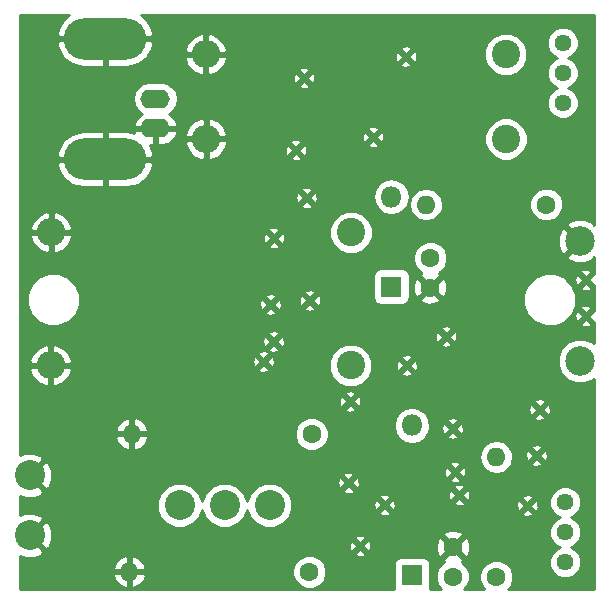
<source format=gbl>
%FSLAX46Y46*%
G04 Gerber Fmt 4.6, Leading zero omitted, Abs format (unit mm)*
G04 Created by KiCad (PCBNEW 4.0.7) date 07/24/18 01:41:51*
%MOMM*%
%LPD*%
G01*
G04 APERTURE LIST*
%ADD10C,0.100000*%
%ADD11C,0.600000*%
%ADD12C,1.600000*%
%ADD13R,1.800000X1.800000*%
%ADD14O,1.800000X1.800000*%
%ADD15O,7.000240X3.500120*%
%ADD16O,2.499360X1.600200*%
%ADD17C,2.499360*%
%ADD18C,2.400000*%
%ADD19O,2.400000X2.400000*%
%ADD20O,1.600000X1.600000*%
%ADD21C,1.440000*%
%ADD22C,2.540000*%
%ADD23C,0.750000*%
%ADD24C,0.254000*%
G04 APERTURE END LIST*
D10*
D11*
X156800000Y-109285000D03*
X156800000Y-112345000D03*
X151865000Y-128400000D03*
X152630000Y-124160000D03*
X152910000Y-120270000D03*
X145540000Y-121865000D03*
X145750000Y-125550000D03*
X146095000Y-127495000D03*
X139770000Y-128330000D03*
X137685000Y-131805000D03*
X136715000Y-126455000D03*
X136855000Y-119575000D03*
X144985000Y-114080000D03*
X141650000Y-116515000D03*
X141580000Y-90380000D03*
X132960000Y-92190000D03*
X138800000Y-97195000D03*
X132265000Y-98305000D03*
X133170000Y-102335000D03*
X130390000Y-105740000D03*
X133445000Y-111025000D03*
X130110000Y-111370000D03*
X129525000Y-116205000D03*
D12*
X143640000Y-107430000D03*
X143640000Y-109930000D03*
X145555000Y-134405000D03*
X145555000Y-131905000D03*
D13*
X140355000Y-109855000D03*
D14*
X140355000Y-102235000D03*
D13*
X142090000Y-134305000D03*
D14*
X142090000Y-121605000D03*
D15*
X116110000Y-99058100D03*
X116110000Y-88860000D03*
D16*
X120374660Y-93960320D03*
X120374660Y-96459680D03*
D17*
X156320000Y-116150000D03*
X156320000Y-105990000D03*
D18*
X136900000Y-116510000D03*
D19*
X111500000Y-116510000D03*
D18*
X136940000Y-105255000D03*
D19*
X111540000Y-105255000D03*
D18*
X150040000Y-90175000D03*
D19*
X124640000Y-90175000D03*
D18*
X150060000Y-97350000D03*
D19*
X124660000Y-97350000D03*
D12*
X153455000Y-102900000D03*
D20*
X143295000Y-102900000D03*
D12*
X149225000Y-134430000D03*
D20*
X149225000Y-124270000D03*
D21*
X154870000Y-89210000D03*
X154870000Y-91750000D03*
X154870000Y-94290000D03*
X155070000Y-133200000D03*
X155070000Y-130660000D03*
X155070000Y-128120000D03*
D22*
X109715000Y-125825000D03*
X109715000Y-130905000D03*
X122415000Y-128365000D03*
X126225000Y-128365000D03*
X130035000Y-128365000D03*
D12*
X133390000Y-134005000D03*
D20*
X118150000Y-134005000D03*
D12*
X133615000Y-122325000D03*
D20*
X118375000Y-122325000D03*
D11*
X130380000Y-114500000D03*
D23*
X112413160Y-105255000D02*
X111540000Y-105255000D01*
X117425000Y-90175000D02*
X116110000Y-88860000D01*
D24*
G36*
X112583645Y-87263311D02*
X112107831Y-88064610D01*
X112027454Y-88361987D01*
X112137255Y-88733000D01*
X115983000Y-88733000D01*
X115983000Y-88713000D01*
X116237000Y-88713000D01*
X116237000Y-88733000D01*
X120082745Y-88733000D01*
X120192546Y-88361987D01*
X120112169Y-88064610D01*
X119636355Y-87263311D01*
X119123936Y-86880000D01*
X157475000Y-86880000D01*
X157475000Y-104655392D01*
X157473482Y-104656910D01*
X157344275Y-104364141D01*
X156644117Y-104095929D01*
X155894616Y-104116072D01*
X155295725Y-104364141D01*
X155166517Y-104656911D01*
X156320000Y-105810395D01*
X156334142Y-105796252D01*
X156513748Y-105975858D01*
X156499605Y-105990000D01*
X156513748Y-106004142D01*
X156334142Y-106183748D01*
X156320000Y-106169605D01*
X155166517Y-107323089D01*
X155295725Y-107615859D01*
X155995883Y-107884071D01*
X156745384Y-107863928D01*
X157344275Y-107615859D01*
X157473482Y-107323090D01*
X157475000Y-107324608D01*
X157475000Y-108822100D01*
X157444424Y-108820181D01*
X156979605Y-109285000D01*
X157444424Y-109749819D01*
X157475000Y-109747900D01*
X157475000Y-111882100D01*
X157444424Y-111880181D01*
X156979605Y-112345000D01*
X157444424Y-112809819D01*
X157475000Y-112807900D01*
X157475000Y-114639349D01*
X157388979Y-114553178D01*
X156696531Y-114265648D01*
X155946759Y-114264994D01*
X155253809Y-114551314D01*
X154723178Y-115081021D01*
X154435648Y-115773469D01*
X154434994Y-116523241D01*
X154721314Y-117216191D01*
X155251021Y-117746822D01*
X155943469Y-118034352D01*
X156693241Y-118035006D01*
X157386191Y-117748686D01*
X157475000Y-117660032D01*
X157475000Y-135460000D01*
X150224370Y-135460000D01*
X150440824Y-135243923D01*
X150659750Y-134716691D01*
X150660248Y-134145813D01*
X150442243Y-133618200D01*
X150038923Y-133214176D01*
X149511691Y-132995250D01*
X148940813Y-132994752D01*
X148413200Y-133212757D01*
X148009176Y-133616077D01*
X147790250Y-134143309D01*
X147789752Y-134714187D01*
X148007757Y-135241800D01*
X148225577Y-135460000D01*
X146529326Y-135460000D01*
X146770824Y-135218923D01*
X146989750Y-134691691D01*
X146990248Y-134120813D01*
X146772243Y-133593200D01*
X146368923Y-133189176D01*
X146302456Y-133161577D01*
X146309005Y-133158864D01*
X146383139Y-132912745D01*
X145555000Y-132084605D01*
X144726861Y-132912745D01*
X144800995Y-133158864D01*
X144807483Y-133161196D01*
X144743200Y-133187757D01*
X144339176Y-133591077D01*
X144120250Y-134118309D01*
X144119752Y-134689187D01*
X144337757Y-135216800D01*
X144580533Y-135460000D01*
X143584306Y-135460000D01*
X143586431Y-135456890D01*
X143637440Y-135205000D01*
X143637440Y-133405000D01*
X143593162Y-133169683D01*
X143454090Y-132953559D01*
X143241890Y-132808569D01*
X142990000Y-132757560D01*
X141190000Y-132757560D01*
X140954683Y-132801838D01*
X140738559Y-132940910D01*
X140593569Y-133153110D01*
X140542560Y-133405000D01*
X140542560Y-135205000D01*
X140586838Y-135440317D01*
X140599504Y-135460000D01*
X108895000Y-135460000D01*
X108895000Y-134354039D01*
X116758096Y-134354039D01*
X116918959Y-134742423D01*
X117294866Y-135157389D01*
X117800959Y-135396914D01*
X118023000Y-135275629D01*
X118023000Y-134132000D01*
X118277000Y-134132000D01*
X118277000Y-135275629D01*
X118499041Y-135396914D01*
X119005134Y-135157389D01*
X119381041Y-134742423D01*
X119541904Y-134354039D01*
X119506275Y-134289187D01*
X131954752Y-134289187D01*
X132172757Y-134816800D01*
X132576077Y-135220824D01*
X133103309Y-135439750D01*
X133674187Y-135440248D01*
X134201800Y-135222243D01*
X134605824Y-134818923D01*
X134824750Y-134291691D01*
X134825248Y-133720813D01*
X134607243Y-133193200D01*
X134203923Y-132789176D01*
X133676691Y-132570250D01*
X133105813Y-132569752D01*
X132578200Y-132787757D01*
X132174176Y-133191077D01*
X131955250Y-133718309D01*
X131954752Y-134289187D01*
X119506275Y-134289187D01*
X119419915Y-134132000D01*
X118277000Y-134132000D01*
X118023000Y-134132000D01*
X116880085Y-134132000D01*
X116758096Y-134354039D01*
X108895000Y-134354039D01*
X108895000Y-133655961D01*
X116758096Y-133655961D01*
X116880085Y-133878000D01*
X118023000Y-133878000D01*
X118023000Y-132734371D01*
X118277000Y-132734371D01*
X118277000Y-133878000D01*
X119419915Y-133878000D01*
X119541904Y-133655961D01*
X119381041Y-133267577D01*
X119005134Y-132852611D01*
X118499041Y-132613086D01*
X118277000Y-132734371D01*
X118023000Y-132734371D01*
X117800959Y-132613086D01*
X117294866Y-132852611D01*
X116918959Y-133267577D01*
X116758096Y-133655961D01*
X108895000Y-133655961D01*
X108895000Y-132630760D01*
X109386036Y-132819261D01*
X110143632Y-132799436D01*
X110751480Y-132547657D01*
X110795350Y-132449424D01*
X137220181Y-132449424D01*
X137232393Y-132644025D01*
X137587927Y-132753363D01*
X137958239Y-132718322D01*
X138137607Y-132644025D01*
X138149819Y-132449424D01*
X137685000Y-131984605D01*
X137220181Y-132449424D01*
X110795350Y-132449424D01*
X110883172Y-132252777D01*
X109715000Y-131084605D01*
X109700858Y-131098748D01*
X109521253Y-130919143D01*
X109535395Y-130905000D01*
X109894605Y-130905000D01*
X111062777Y-132073172D01*
X111357657Y-131941480D01*
X111447314Y-131707927D01*
X136736637Y-131707927D01*
X136771678Y-132078239D01*
X136845975Y-132257607D01*
X137040576Y-132269819D01*
X137505395Y-131805000D01*
X137864605Y-131805000D01*
X138329424Y-132269819D01*
X138524025Y-132257607D01*
X138633363Y-131902073D01*
X138613128Y-131688223D01*
X144108035Y-131688223D01*
X144135222Y-132258454D01*
X144301136Y-132659005D01*
X144547255Y-132733139D01*
X145375395Y-131905000D01*
X145734605Y-131905000D01*
X146562745Y-132733139D01*
X146808864Y-132659005D01*
X147001965Y-132121777D01*
X146974778Y-131551546D01*
X146808864Y-131150995D01*
X146562745Y-131076861D01*
X145734605Y-131905000D01*
X145375395Y-131905000D01*
X144547255Y-131076861D01*
X144301136Y-131150995D01*
X144108035Y-131688223D01*
X138613128Y-131688223D01*
X138598322Y-131531761D01*
X138524025Y-131352393D01*
X138329424Y-131340181D01*
X137864605Y-131805000D01*
X137505395Y-131805000D01*
X137040576Y-131340181D01*
X136845975Y-131352393D01*
X136736637Y-131707927D01*
X111447314Y-131707927D01*
X111629261Y-131233964D01*
X111627341Y-131160576D01*
X137220181Y-131160576D01*
X137685000Y-131625395D01*
X138149819Y-131160576D01*
X138137607Y-130965975D01*
X137914151Y-130897255D01*
X144726861Y-130897255D01*
X145555000Y-131725395D01*
X146383139Y-130897255D01*
X146309005Y-130651136D01*
X145771777Y-130458035D01*
X145201546Y-130485222D01*
X144800995Y-130651136D01*
X144726861Y-130897255D01*
X137914151Y-130897255D01*
X137782073Y-130856637D01*
X137411761Y-130891678D01*
X137232393Y-130965975D01*
X137220181Y-131160576D01*
X111627341Y-131160576D01*
X111609436Y-130476368D01*
X111357657Y-129868520D01*
X111062777Y-129736828D01*
X109894605Y-130905000D01*
X109535395Y-130905000D01*
X109521253Y-130890858D01*
X109700858Y-130711253D01*
X109715000Y-130725395D01*
X110883172Y-129557223D01*
X110751480Y-129262343D01*
X110043964Y-128990739D01*
X109286368Y-129010564D01*
X108895000Y-129172674D01*
X108895000Y-128742265D01*
X120509670Y-128742265D01*
X120799078Y-129442686D01*
X121334495Y-129979039D01*
X122034410Y-130269668D01*
X122792265Y-130270330D01*
X123492686Y-129980922D01*
X124029039Y-129445505D01*
X124319668Y-128745590D01*
X124319671Y-128742267D01*
X124609078Y-129442686D01*
X125144495Y-129979039D01*
X125844410Y-130269668D01*
X126602265Y-130270330D01*
X127302686Y-129980922D01*
X127839039Y-129445505D01*
X128129668Y-128745590D01*
X128129671Y-128742267D01*
X128419078Y-129442686D01*
X128954495Y-129979039D01*
X129654410Y-130269668D01*
X130412265Y-130270330D01*
X131112686Y-129980922D01*
X131649039Y-129445505D01*
X131844648Y-128974424D01*
X139305181Y-128974424D01*
X139317393Y-129169025D01*
X139672927Y-129278363D01*
X140043239Y-129243322D01*
X140222607Y-129169025D01*
X140230426Y-129044424D01*
X151400181Y-129044424D01*
X151412393Y-129239025D01*
X151767927Y-129348363D01*
X152138239Y-129313322D01*
X152317607Y-129239025D01*
X152329819Y-129044424D01*
X151865000Y-128579605D01*
X151400181Y-129044424D01*
X140230426Y-129044424D01*
X140234819Y-128974424D01*
X139770000Y-128509605D01*
X139305181Y-128974424D01*
X131844648Y-128974424D01*
X131939668Y-128745590D01*
X131940115Y-128232927D01*
X138821637Y-128232927D01*
X138856678Y-128603239D01*
X138930975Y-128782607D01*
X139125576Y-128794819D01*
X139590395Y-128330000D01*
X139949605Y-128330000D01*
X140414424Y-128794819D01*
X140609025Y-128782607D01*
X140718363Y-128427073D01*
X140691145Y-128139424D01*
X145630181Y-128139424D01*
X145642393Y-128334025D01*
X145997927Y-128443363D01*
X146368239Y-128408322D01*
X146547607Y-128334025D01*
X146549558Y-128302927D01*
X150916637Y-128302927D01*
X150951678Y-128673239D01*
X151025975Y-128852607D01*
X151220576Y-128864819D01*
X151685395Y-128400000D01*
X152044605Y-128400000D01*
X152509424Y-128864819D01*
X152704025Y-128852607D01*
X152813363Y-128497073D01*
X152803075Y-128388344D01*
X153714765Y-128388344D01*
X153920617Y-128886543D01*
X154301452Y-129268043D01*
X154595264Y-129390045D01*
X154303457Y-129510617D01*
X153921957Y-129891452D01*
X153715236Y-130389291D01*
X153714765Y-130928344D01*
X153920617Y-131426543D01*
X154301452Y-131808043D01*
X154595264Y-131930045D01*
X154303457Y-132050617D01*
X153921957Y-132431452D01*
X153715236Y-132929291D01*
X153714765Y-133468344D01*
X153920617Y-133966543D01*
X154301452Y-134348043D01*
X154799291Y-134554764D01*
X155338344Y-134555235D01*
X155836543Y-134349383D01*
X156218043Y-133968548D01*
X156424764Y-133470709D01*
X156425235Y-132931656D01*
X156219383Y-132433457D01*
X155838548Y-132051957D01*
X155544736Y-131929955D01*
X155836543Y-131809383D01*
X156218043Y-131428548D01*
X156424764Y-130930709D01*
X156425235Y-130391656D01*
X156219383Y-129893457D01*
X155838548Y-129511957D01*
X155544736Y-129389955D01*
X155836543Y-129269383D01*
X156218043Y-128888548D01*
X156424764Y-128390709D01*
X156425235Y-127851656D01*
X156219383Y-127353457D01*
X155838548Y-126971957D01*
X155340709Y-126765236D01*
X154801656Y-126764765D01*
X154303457Y-126970617D01*
X153921957Y-127351452D01*
X153715236Y-127849291D01*
X153714765Y-128388344D01*
X152803075Y-128388344D01*
X152778322Y-128126761D01*
X152704025Y-127947393D01*
X152509424Y-127935181D01*
X152044605Y-128400000D01*
X151685395Y-128400000D01*
X151220576Y-127935181D01*
X151025975Y-127947393D01*
X150916637Y-128302927D01*
X146549558Y-128302927D01*
X146559819Y-128139424D01*
X146095000Y-127674605D01*
X145630181Y-128139424D01*
X140691145Y-128139424D01*
X140683322Y-128056761D01*
X140609025Y-127877393D01*
X140414424Y-127865181D01*
X139949605Y-128330000D01*
X139590395Y-128330000D01*
X139125576Y-127865181D01*
X138930975Y-127877393D01*
X138821637Y-128232927D01*
X131940115Y-128232927D01*
X131940330Y-127987735D01*
X131815481Y-127685576D01*
X139305181Y-127685576D01*
X139770000Y-128150395D01*
X140234819Y-127685576D01*
X140222607Y-127490975D01*
X139920044Y-127397927D01*
X145146637Y-127397927D01*
X145181678Y-127768239D01*
X145255975Y-127947607D01*
X145450576Y-127959819D01*
X145915395Y-127495000D01*
X146274605Y-127495000D01*
X146739424Y-127959819D01*
X146934025Y-127947607D01*
X146993080Y-127755576D01*
X151400181Y-127755576D01*
X151865000Y-128220395D01*
X152329819Y-127755576D01*
X152317607Y-127560975D01*
X151962073Y-127451637D01*
X151591761Y-127486678D01*
X151412393Y-127560975D01*
X151400181Y-127755576D01*
X146993080Y-127755576D01*
X147043363Y-127592073D01*
X147008322Y-127221761D01*
X146934025Y-127042393D01*
X146739424Y-127030181D01*
X146274605Y-127495000D01*
X145915395Y-127495000D01*
X145450576Y-127030181D01*
X145255975Y-127042393D01*
X145146637Y-127397927D01*
X139920044Y-127397927D01*
X139867073Y-127381637D01*
X139496761Y-127416678D01*
X139317393Y-127490975D01*
X139305181Y-127685576D01*
X131815481Y-127685576D01*
X131650922Y-127287314D01*
X131463360Y-127099424D01*
X136250181Y-127099424D01*
X136262393Y-127294025D01*
X136617927Y-127403363D01*
X136988239Y-127368322D01*
X137167607Y-127294025D01*
X137179819Y-127099424D01*
X136715000Y-126634605D01*
X136250181Y-127099424D01*
X131463360Y-127099424D01*
X131115505Y-126750961D01*
X130415590Y-126460332D01*
X129657735Y-126459670D01*
X128957314Y-126749078D01*
X128420961Y-127284495D01*
X128130332Y-127984410D01*
X128130329Y-127987733D01*
X127840922Y-127287314D01*
X127305505Y-126750961D01*
X126605590Y-126460332D01*
X125847735Y-126459670D01*
X125147314Y-126749078D01*
X124610961Y-127284495D01*
X124320332Y-127984410D01*
X124320329Y-127987733D01*
X124030922Y-127287314D01*
X123495505Y-126750961D01*
X122795590Y-126460332D01*
X122037735Y-126459670D01*
X121337314Y-126749078D01*
X120800961Y-127284495D01*
X120510332Y-127984410D01*
X120509670Y-128742265D01*
X108895000Y-128742265D01*
X108895000Y-127550760D01*
X109386036Y-127739261D01*
X110143632Y-127719436D01*
X110751480Y-127467657D01*
X110883172Y-127172777D01*
X109715000Y-126004605D01*
X109700858Y-126018748D01*
X109521253Y-125839143D01*
X109535395Y-125825000D01*
X109894605Y-125825000D01*
X111062777Y-126993172D01*
X111357657Y-126861480D01*
X111550962Y-126357927D01*
X135766637Y-126357927D01*
X135801678Y-126728239D01*
X135875975Y-126907607D01*
X136070576Y-126919819D01*
X136535395Y-126455000D01*
X136894605Y-126455000D01*
X137359424Y-126919819D01*
X137554025Y-126907607D01*
X137571563Y-126850576D01*
X145630181Y-126850576D01*
X146095000Y-127315395D01*
X146559819Y-126850576D01*
X146547607Y-126655975D01*
X146192073Y-126546637D01*
X145821761Y-126581678D01*
X145642393Y-126655975D01*
X145630181Y-126850576D01*
X137571563Y-126850576D01*
X137663363Y-126552073D01*
X137629521Y-126194424D01*
X145285181Y-126194424D01*
X145297393Y-126389025D01*
X145652927Y-126498363D01*
X146023239Y-126463322D01*
X146202607Y-126389025D01*
X146214819Y-126194424D01*
X145750000Y-125729605D01*
X145285181Y-126194424D01*
X137629521Y-126194424D01*
X137628322Y-126181761D01*
X137554025Y-126002393D01*
X137359424Y-125990181D01*
X136894605Y-126455000D01*
X136535395Y-126455000D01*
X136070576Y-125990181D01*
X135875975Y-126002393D01*
X135766637Y-126357927D01*
X111550962Y-126357927D01*
X111629261Y-126153964D01*
X111620276Y-125810576D01*
X136250181Y-125810576D01*
X136715000Y-126275395D01*
X137179819Y-125810576D01*
X137167607Y-125615975D01*
X136812073Y-125506637D01*
X136441761Y-125541678D01*
X136262393Y-125615975D01*
X136250181Y-125810576D01*
X111620276Y-125810576D01*
X111610917Y-125452927D01*
X144801637Y-125452927D01*
X144836678Y-125823239D01*
X144910975Y-126002607D01*
X145105576Y-126014819D01*
X145570395Y-125550000D01*
X145929605Y-125550000D01*
X146394424Y-126014819D01*
X146589025Y-126002607D01*
X146698363Y-125647073D01*
X146663322Y-125276761D01*
X146589025Y-125097393D01*
X146394424Y-125085181D01*
X145929605Y-125550000D01*
X145570395Y-125550000D01*
X145105576Y-125085181D01*
X144910975Y-125097393D01*
X144801637Y-125452927D01*
X111610917Y-125452927D01*
X111609436Y-125396368D01*
X111406144Y-124905576D01*
X145285181Y-124905576D01*
X145750000Y-125370395D01*
X146214819Y-124905576D01*
X146202607Y-124710975D01*
X145847073Y-124601637D01*
X145476761Y-124636678D01*
X145297393Y-124710975D01*
X145285181Y-124905576D01*
X111406144Y-124905576D01*
X111357657Y-124788520D01*
X111062777Y-124656828D01*
X109894605Y-125825000D01*
X109535395Y-125825000D01*
X109521253Y-125810858D01*
X109700858Y-125631253D01*
X109715000Y-125645395D01*
X110883172Y-124477223D01*
X110778073Y-124241887D01*
X147790000Y-124241887D01*
X147790000Y-124298113D01*
X147899233Y-124847264D01*
X148210302Y-125312811D01*
X148675849Y-125623880D01*
X149225000Y-125733113D01*
X149774151Y-125623880D01*
X150239698Y-125312811D01*
X150550767Y-124847264D01*
X150559288Y-124804424D01*
X152165181Y-124804424D01*
X152177393Y-124999025D01*
X152532927Y-125108363D01*
X152903239Y-125073322D01*
X153082607Y-124999025D01*
X153094819Y-124804424D01*
X152630000Y-124339605D01*
X152165181Y-124804424D01*
X150559288Y-124804424D01*
X150660000Y-124298113D01*
X150660000Y-124241887D01*
X150624403Y-124062927D01*
X151681637Y-124062927D01*
X151716678Y-124433239D01*
X151790975Y-124612607D01*
X151985576Y-124624819D01*
X152450395Y-124160000D01*
X152809605Y-124160000D01*
X153274424Y-124624819D01*
X153469025Y-124612607D01*
X153578363Y-124257073D01*
X153543322Y-123886761D01*
X153469025Y-123707393D01*
X153274424Y-123695181D01*
X152809605Y-124160000D01*
X152450395Y-124160000D01*
X151985576Y-123695181D01*
X151790975Y-123707393D01*
X151681637Y-124062927D01*
X150624403Y-124062927D01*
X150550767Y-123692736D01*
X150432393Y-123515576D01*
X152165181Y-123515576D01*
X152630000Y-123980395D01*
X153094819Y-123515576D01*
X153082607Y-123320975D01*
X152727073Y-123211637D01*
X152356761Y-123246678D01*
X152177393Y-123320975D01*
X152165181Y-123515576D01*
X150432393Y-123515576D01*
X150239698Y-123227189D01*
X149774151Y-122916120D01*
X149225000Y-122806887D01*
X148675849Y-122916120D01*
X148210302Y-123227189D01*
X147899233Y-123692736D01*
X147790000Y-124241887D01*
X110778073Y-124241887D01*
X110751480Y-124182343D01*
X110043964Y-123910739D01*
X109286368Y-123930564D01*
X108895000Y-124092674D01*
X108895000Y-122674039D01*
X116983096Y-122674039D01*
X117143959Y-123062423D01*
X117519866Y-123477389D01*
X118025959Y-123716914D01*
X118248000Y-123595629D01*
X118248000Y-122452000D01*
X118502000Y-122452000D01*
X118502000Y-123595629D01*
X118724041Y-123716914D01*
X119230134Y-123477389D01*
X119606041Y-123062423D01*
X119766904Y-122674039D01*
X119731275Y-122609187D01*
X132179752Y-122609187D01*
X132397757Y-123136800D01*
X132801077Y-123540824D01*
X133328309Y-123759750D01*
X133899187Y-123760248D01*
X134426800Y-123542243D01*
X134830824Y-123138923D01*
X135049750Y-122611691D01*
X135050248Y-122040813D01*
X134857749Y-121574928D01*
X140555000Y-121574928D01*
X140555000Y-121635072D01*
X140671845Y-122222491D01*
X141004591Y-122720481D01*
X141502581Y-123053227D01*
X142090000Y-123170072D01*
X142677419Y-123053227D01*
X143175409Y-122720481D01*
X143316432Y-122509424D01*
X145075181Y-122509424D01*
X145087393Y-122704025D01*
X145442927Y-122813363D01*
X145813239Y-122778322D01*
X145992607Y-122704025D01*
X146004819Y-122509424D01*
X145540000Y-122044605D01*
X145075181Y-122509424D01*
X143316432Y-122509424D01*
X143508155Y-122222491D01*
X143598573Y-121767927D01*
X144591637Y-121767927D01*
X144626678Y-122138239D01*
X144700975Y-122317607D01*
X144895576Y-122329819D01*
X145360395Y-121865000D01*
X145719605Y-121865000D01*
X146184424Y-122329819D01*
X146379025Y-122317607D01*
X146488363Y-121962073D01*
X146453322Y-121591761D01*
X146379025Y-121412393D01*
X146184424Y-121400181D01*
X145719605Y-121865000D01*
X145360395Y-121865000D01*
X144895576Y-121400181D01*
X144700975Y-121412393D01*
X144591637Y-121767927D01*
X143598573Y-121767927D01*
X143625000Y-121635072D01*
X143625000Y-121574928D01*
X143554515Y-121220576D01*
X145075181Y-121220576D01*
X145540000Y-121685395D01*
X146004819Y-121220576D01*
X145992607Y-121025975D01*
X145637073Y-120916637D01*
X145266761Y-120951678D01*
X145087393Y-121025975D01*
X145075181Y-121220576D01*
X143554515Y-121220576D01*
X143508155Y-120987509D01*
X143459322Y-120914424D01*
X152445181Y-120914424D01*
X152457393Y-121109025D01*
X152812927Y-121218363D01*
X153183239Y-121183322D01*
X153362607Y-121109025D01*
X153374819Y-120914424D01*
X152910000Y-120449605D01*
X152445181Y-120914424D01*
X143459322Y-120914424D01*
X143175409Y-120489519D01*
X142701596Y-120172927D01*
X151961637Y-120172927D01*
X151996678Y-120543239D01*
X152070975Y-120722607D01*
X152265576Y-120734819D01*
X152730395Y-120270000D01*
X153089605Y-120270000D01*
X153554424Y-120734819D01*
X153749025Y-120722607D01*
X153858363Y-120367073D01*
X153823322Y-119996761D01*
X153749025Y-119817393D01*
X153554424Y-119805181D01*
X153089605Y-120270000D01*
X152730395Y-120270000D01*
X152265576Y-119805181D01*
X152070975Y-119817393D01*
X151961637Y-120172927D01*
X142701596Y-120172927D01*
X142677419Y-120156773D01*
X142090000Y-120039928D01*
X141502581Y-120156773D01*
X141004591Y-120489519D01*
X140671845Y-120987509D01*
X140555000Y-121574928D01*
X134857749Y-121574928D01*
X134832243Y-121513200D01*
X134428923Y-121109176D01*
X133901691Y-120890250D01*
X133330813Y-120889752D01*
X132803200Y-121107757D01*
X132399176Y-121511077D01*
X132180250Y-122038309D01*
X132179752Y-122609187D01*
X119731275Y-122609187D01*
X119644915Y-122452000D01*
X118502000Y-122452000D01*
X118248000Y-122452000D01*
X117105085Y-122452000D01*
X116983096Y-122674039D01*
X108895000Y-122674039D01*
X108895000Y-121975961D01*
X116983096Y-121975961D01*
X117105085Y-122198000D01*
X118248000Y-122198000D01*
X118248000Y-121054371D01*
X118502000Y-121054371D01*
X118502000Y-122198000D01*
X119644915Y-122198000D01*
X119766904Y-121975961D01*
X119606041Y-121587577D01*
X119230134Y-121172611D01*
X118724041Y-120933086D01*
X118502000Y-121054371D01*
X118248000Y-121054371D01*
X118025959Y-120933086D01*
X117519866Y-121172611D01*
X117143959Y-121587577D01*
X116983096Y-121975961D01*
X108895000Y-121975961D01*
X108895000Y-120219424D01*
X136390181Y-120219424D01*
X136402393Y-120414025D01*
X136757927Y-120523363D01*
X137128239Y-120488322D01*
X137307607Y-120414025D01*
X137319819Y-120219424D01*
X136855000Y-119754605D01*
X136390181Y-120219424D01*
X108895000Y-120219424D01*
X108895000Y-119477927D01*
X135906637Y-119477927D01*
X135941678Y-119848239D01*
X136015975Y-120027607D01*
X136210576Y-120039819D01*
X136675395Y-119575000D01*
X137034605Y-119575000D01*
X137499424Y-120039819D01*
X137694025Y-120027607D01*
X137803363Y-119672073D01*
X137798964Y-119625576D01*
X152445181Y-119625576D01*
X152910000Y-120090395D01*
X153374819Y-119625576D01*
X153362607Y-119430975D01*
X153007073Y-119321637D01*
X152636761Y-119356678D01*
X152457393Y-119430975D01*
X152445181Y-119625576D01*
X137798964Y-119625576D01*
X137768322Y-119301761D01*
X137694025Y-119122393D01*
X137499424Y-119110181D01*
X137034605Y-119575000D01*
X136675395Y-119575000D01*
X136210576Y-119110181D01*
X136015975Y-119122393D01*
X135906637Y-119477927D01*
X108895000Y-119477927D01*
X108895000Y-118930576D01*
X136390181Y-118930576D01*
X136855000Y-119395395D01*
X137319819Y-118930576D01*
X137307607Y-118735975D01*
X136952073Y-118626637D01*
X136581761Y-118661678D01*
X136402393Y-118735975D01*
X136390181Y-118930576D01*
X108895000Y-118930576D01*
X108895000Y-116921805D01*
X109711805Y-116921805D01*
X109944358Y-117483258D01*
X110435224Y-118004492D01*
X111088193Y-118298203D01*
X111373000Y-118181858D01*
X111373000Y-116637000D01*
X111627000Y-116637000D01*
X111627000Y-118181858D01*
X111911807Y-118298203D01*
X112564776Y-118004492D01*
X113055642Y-117483258D01*
X113288195Y-116921805D01*
X113258521Y-116849424D01*
X129060181Y-116849424D01*
X129072393Y-117044025D01*
X129427927Y-117153363D01*
X129798239Y-117118322D01*
X129977607Y-117044025D01*
X129988314Y-116873403D01*
X135064682Y-116873403D01*
X135343455Y-117548086D01*
X135859199Y-118064730D01*
X136533395Y-118344681D01*
X137263403Y-118345318D01*
X137938086Y-118066545D01*
X138454730Y-117550801D01*
X138617244Y-117159424D01*
X141185181Y-117159424D01*
X141197393Y-117354025D01*
X141552927Y-117463363D01*
X141923239Y-117428322D01*
X142102607Y-117354025D01*
X142114819Y-117159424D01*
X141650000Y-116694605D01*
X141185181Y-117159424D01*
X138617244Y-117159424D01*
X138734681Y-116876605D01*
X138735081Y-116417927D01*
X140701637Y-116417927D01*
X140736678Y-116788239D01*
X140810975Y-116967607D01*
X141005576Y-116979819D01*
X141470395Y-116515000D01*
X141829605Y-116515000D01*
X142294424Y-116979819D01*
X142489025Y-116967607D01*
X142598363Y-116612073D01*
X142563322Y-116241761D01*
X142489025Y-116062393D01*
X142294424Y-116050181D01*
X141829605Y-116515000D01*
X141470395Y-116515000D01*
X141005576Y-116050181D01*
X140810975Y-116062393D01*
X140701637Y-116417927D01*
X138735081Y-116417927D01*
X138735318Y-116146597D01*
X138621269Y-115870576D01*
X141185181Y-115870576D01*
X141650000Y-116335395D01*
X142114819Y-115870576D01*
X142102607Y-115675975D01*
X141747073Y-115566637D01*
X141376761Y-115601678D01*
X141197393Y-115675975D01*
X141185181Y-115870576D01*
X138621269Y-115870576D01*
X138456545Y-115471914D01*
X137940801Y-114955270D01*
X137384863Y-114724424D01*
X144520181Y-114724424D01*
X144532393Y-114919025D01*
X144887927Y-115028363D01*
X145258239Y-114993322D01*
X145437607Y-114919025D01*
X145449819Y-114724424D01*
X144985000Y-114259605D01*
X144520181Y-114724424D01*
X137384863Y-114724424D01*
X137266605Y-114675319D01*
X136536597Y-114674682D01*
X135861914Y-114953455D01*
X135345270Y-115469199D01*
X135065319Y-116143395D01*
X135064682Y-116873403D01*
X129988314Y-116873403D01*
X129989819Y-116849424D01*
X129525000Y-116384605D01*
X129060181Y-116849424D01*
X113258521Y-116849424D01*
X113171432Y-116637000D01*
X111627000Y-116637000D01*
X111373000Y-116637000D01*
X109828568Y-116637000D01*
X109711805Y-116921805D01*
X108895000Y-116921805D01*
X108895000Y-116098195D01*
X109711805Y-116098195D01*
X109828568Y-116383000D01*
X111373000Y-116383000D01*
X111373000Y-114838142D01*
X111627000Y-114838142D01*
X111627000Y-116383000D01*
X113171432Y-116383000D01*
X113284205Y-116107927D01*
X128576637Y-116107927D01*
X128611678Y-116478239D01*
X128685975Y-116657607D01*
X128880576Y-116669819D01*
X129345395Y-116205000D01*
X129704605Y-116205000D01*
X130169424Y-116669819D01*
X130364025Y-116657607D01*
X130473363Y-116302073D01*
X130438322Y-115931761D01*
X130364025Y-115752393D01*
X130169424Y-115740181D01*
X129704605Y-116205000D01*
X129345395Y-116205000D01*
X128880576Y-115740181D01*
X128685975Y-115752393D01*
X128576637Y-116107927D01*
X113284205Y-116107927D01*
X113288195Y-116098195D01*
X113065515Y-115560576D01*
X129060181Y-115560576D01*
X129525000Y-116025395D01*
X129989819Y-115560576D01*
X129977607Y-115365975D01*
X129622073Y-115256637D01*
X129251761Y-115291678D01*
X129072393Y-115365975D01*
X129060181Y-115560576D01*
X113065515Y-115560576D01*
X113055642Y-115536742D01*
X112686182Y-115144424D01*
X129915181Y-115144424D01*
X129927393Y-115339025D01*
X130282927Y-115448363D01*
X130653239Y-115413322D01*
X130832607Y-115339025D01*
X130844819Y-115144424D01*
X130380000Y-114679605D01*
X129915181Y-115144424D01*
X112686182Y-115144424D01*
X112564776Y-115015508D01*
X111911807Y-114721797D01*
X111627000Y-114838142D01*
X111373000Y-114838142D01*
X111088193Y-114721797D01*
X110435224Y-115015508D01*
X109944358Y-115536742D01*
X109711805Y-116098195D01*
X108895000Y-116098195D01*
X108895000Y-114402927D01*
X129431637Y-114402927D01*
X129466678Y-114773239D01*
X129540975Y-114952607D01*
X129735576Y-114964819D01*
X130200395Y-114500000D01*
X130559605Y-114500000D01*
X131024424Y-114964819D01*
X131219025Y-114952607D01*
X131328363Y-114597073D01*
X131293322Y-114226761D01*
X131219025Y-114047393D01*
X131024424Y-114035181D01*
X130559605Y-114500000D01*
X130200395Y-114500000D01*
X129735576Y-114035181D01*
X129540975Y-114047393D01*
X129431637Y-114402927D01*
X108895000Y-114402927D01*
X108895000Y-113855576D01*
X129915181Y-113855576D01*
X130380000Y-114320395D01*
X130717468Y-113982927D01*
X144036637Y-113982927D01*
X144071678Y-114353239D01*
X144145975Y-114532607D01*
X144340576Y-114544819D01*
X144805395Y-114080000D01*
X145164605Y-114080000D01*
X145629424Y-114544819D01*
X145824025Y-114532607D01*
X145933363Y-114177073D01*
X145898322Y-113806761D01*
X145824025Y-113627393D01*
X145629424Y-113615181D01*
X145164605Y-114080000D01*
X144805395Y-114080000D01*
X144340576Y-113615181D01*
X144145975Y-113627393D01*
X144036637Y-113982927D01*
X130717468Y-113982927D01*
X130844819Y-113855576D01*
X130832607Y-113660975D01*
X130477073Y-113551637D01*
X130106761Y-113586678D01*
X129927393Y-113660975D01*
X129915181Y-113855576D01*
X108895000Y-113855576D01*
X108895000Y-113435576D01*
X144520181Y-113435576D01*
X144985000Y-113900395D01*
X145449819Y-113435576D01*
X145437607Y-113240975D01*
X145082073Y-113131637D01*
X144711761Y-113166678D01*
X144532393Y-113240975D01*
X144520181Y-113435576D01*
X108895000Y-113435576D01*
X108895000Y-111392619D01*
X109489613Y-111392619D01*
X109829155Y-112214372D01*
X110457321Y-112843636D01*
X111278481Y-113184611D01*
X112167619Y-113185387D01*
X112989372Y-112845845D01*
X113618636Y-112217679D01*
X113703034Y-112014424D01*
X129645181Y-112014424D01*
X129657393Y-112209025D01*
X130012927Y-112318363D01*
X130383239Y-112283322D01*
X130562607Y-112209025D01*
X130574819Y-112014424D01*
X130110000Y-111549605D01*
X129645181Y-112014424D01*
X113703034Y-112014424D01*
X113959611Y-111396519D01*
X113959718Y-111272927D01*
X129161637Y-111272927D01*
X129196678Y-111643239D01*
X129270975Y-111822607D01*
X129465576Y-111834819D01*
X129930395Y-111370000D01*
X130289605Y-111370000D01*
X130754424Y-111834819D01*
X130949025Y-111822607D01*
X130996133Y-111669424D01*
X132980181Y-111669424D01*
X132992393Y-111864025D01*
X133347927Y-111973363D01*
X133718239Y-111938322D01*
X133897607Y-111864025D01*
X133909819Y-111669424D01*
X133445000Y-111204605D01*
X132980181Y-111669424D01*
X130996133Y-111669424D01*
X131058363Y-111467073D01*
X131023322Y-111096761D01*
X130953389Y-110927927D01*
X132496637Y-110927927D01*
X132531678Y-111298239D01*
X132605975Y-111477607D01*
X132800576Y-111489819D01*
X133265395Y-111025000D01*
X133624605Y-111025000D01*
X134089424Y-111489819D01*
X134284025Y-111477607D01*
X134393363Y-111122073D01*
X134358322Y-110751761D01*
X134284025Y-110572393D01*
X134089424Y-110560181D01*
X133624605Y-111025000D01*
X133265395Y-111025000D01*
X132800576Y-110560181D01*
X132605975Y-110572393D01*
X132496637Y-110927927D01*
X130953389Y-110927927D01*
X130949025Y-110917393D01*
X130754424Y-110905181D01*
X130289605Y-111370000D01*
X129930395Y-111370000D01*
X129465576Y-110905181D01*
X129270975Y-110917393D01*
X129161637Y-111272927D01*
X113959718Y-111272927D01*
X113960196Y-110725576D01*
X129645181Y-110725576D01*
X130110000Y-111190395D01*
X130574819Y-110725576D01*
X130562607Y-110530975D01*
X130207073Y-110421637D01*
X129836761Y-110456678D01*
X129657393Y-110530975D01*
X129645181Y-110725576D01*
X113960196Y-110725576D01*
X113960387Y-110507381D01*
X113907993Y-110380576D01*
X132980181Y-110380576D01*
X133445000Y-110845395D01*
X133909819Y-110380576D01*
X133897607Y-110185975D01*
X133542073Y-110076637D01*
X133171761Y-110111678D01*
X132992393Y-110185975D01*
X132980181Y-110380576D01*
X113907993Y-110380576D01*
X113620845Y-109685628D01*
X112992679Y-109056364D01*
X112748568Y-108955000D01*
X138807560Y-108955000D01*
X138807560Y-110755000D01*
X138851838Y-110990317D01*
X138990910Y-111206441D01*
X139203110Y-111351431D01*
X139455000Y-111402440D01*
X141255000Y-111402440D01*
X141307194Y-111392619D01*
X151529613Y-111392619D01*
X151869155Y-112214372D01*
X152497321Y-112843636D01*
X153318481Y-113184611D01*
X154207619Y-113185387D01*
X154681884Y-112989424D01*
X156335181Y-112989424D01*
X156347393Y-113184025D01*
X156702927Y-113293363D01*
X157073239Y-113258322D01*
X157252607Y-113184025D01*
X157264819Y-112989424D01*
X156800000Y-112524605D01*
X156335181Y-112989424D01*
X154681884Y-112989424D01*
X155029372Y-112845845D01*
X155628335Y-112247927D01*
X155851637Y-112247927D01*
X155886678Y-112618239D01*
X155960975Y-112797607D01*
X156155576Y-112809819D01*
X156620395Y-112345000D01*
X156155576Y-111880181D01*
X155960975Y-111892393D01*
X155851637Y-112247927D01*
X155628335Y-112247927D01*
X155658636Y-112217679D01*
X155873355Y-111700576D01*
X156335181Y-111700576D01*
X156800000Y-112165395D01*
X157264819Y-111700576D01*
X157252607Y-111505975D01*
X156897073Y-111396637D01*
X156526761Y-111431678D01*
X156347393Y-111505975D01*
X156335181Y-111700576D01*
X155873355Y-111700576D01*
X155999611Y-111396519D01*
X156000387Y-110507381D01*
X155761580Y-109929424D01*
X156335181Y-109929424D01*
X156347393Y-110124025D01*
X156702927Y-110233363D01*
X157073239Y-110198322D01*
X157252607Y-110124025D01*
X157264819Y-109929424D01*
X156800000Y-109464605D01*
X156335181Y-109929424D01*
X155761580Y-109929424D01*
X155660845Y-109685628D01*
X155164013Y-109187927D01*
X155851637Y-109187927D01*
X155886678Y-109558239D01*
X155960975Y-109737607D01*
X156155576Y-109749819D01*
X156620395Y-109285000D01*
X156155576Y-108820181D01*
X155960975Y-108832393D01*
X155851637Y-109187927D01*
X155164013Y-109187927D01*
X155032679Y-109056364D01*
X154211519Y-108715389D01*
X153322381Y-108714613D01*
X152500628Y-109054155D01*
X151871364Y-109682321D01*
X151530389Y-110503481D01*
X151529613Y-111392619D01*
X141307194Y-111392619D01*
X141490317Y-111358162D01*
X141706441Y-111219090D01*
X141851431Y-111006890D01*
X141865433Y-110937745D01*
X142811861Y-110937745D01*
X142885995Y-111183864D01*
X143423223Y-111376965D01*
X143993454Y-111349778D01*
X144394005Y-111183864D01*
X144468139Y-110937745D01*
X143640000Y-110109605D01*
X142811861Y-110937745D01*
X141865433Y-110937745D01*
X141902440Y-110755000D01*
X141902440Y-109713223D01*
X142193035Y-109713223D01*
X142220222Y-110283454D01*
X142386136Y-110684005D01*
X142632255Y-110758139D01*
X143460395Y-109930000D01*
X143819605Y-109930000D01*
X144647745Y-110758139D01*
X144893864Y-110684005D01*
X145086965Y-110146777D01*
X145059778Y-109576546D01*
X144893864Y-109175995D01*
X144647745Y-109101861D01*
X143819605Y-109930000D01*
X143460395Y-109930000D01*
X142632255Y-109101861D01*
X142386136Y-109175995D01*
X142193035Y-109713223D01*
X141902440Y-109713223D01*
X141902440Y-108955000D01*
X141858162Y-108719683D01*
X141719090Y-108503559D01*
X141506890Y-108358569D01*
X141255000Y-108307560D01*
X139455000Y-108307560D01*
X139219683Y-108351838D01*
X139003559Y-108490910D01*
X138858569Y-108703110D01*
X138807560Y-108955000D01*
X112748568Y-108955000D01*
X112171519Y-108715389D01*
X111282381Y-108714613D01*
X110460628Y-109054155D01*
X109831364Y-109682321D01*
X109490389Y-110503481D01*
X109489613Y-111392619D01*
X108895000Y-111392619D01*
X108895000Y-107714187D01*
X142204752Y-107714187D01*
X142422757Y-108241800D01*
X142826077Y-108645824D01*
X142892544Y-108673423D01*
X142885995Y-108676136D01*
X142811861Y-108922255D01*
X143640000Y-109750395D01*
X144468139Y-108922255D01*
X144394005Y-108676136D01*
X144387517Y-108673804D01*
X144451800Y-108647243D01*
X144458478Y-108640576D01*
X156335181Y-108640576D01*
X156800000Y-109105395D01*
X157264819Y-108640576D01*
X157252607Y-108445975D01*
X156897073Y-108336637D01*
X156526761Y-108371678D01*
X156347393Y-108445975D01*
X156335181Y-108640576D01*
X144458478Y-108640576D01*
X144855824Y-108243923D01*
X145074750Y-107716691D01*
X145075248Y-107145813D01*
X144857243Y-106618200D01*
X144453923Y-106214176D01*
X143926691Y-105995250D01*
X143355813Y-105994752D01*
X142828200Y-106212757D01*
X142424176Y-106616077D01*
X142205250Y-107143309D01*
X142204752Y-107714187D01*
X108895000Y-107714187D01*
X108895000Y-105666805D01*
X109751805Y-105666805D01*
X109984358Y-106228258D01*
X110475224Y-106749492D01*
X111128193Y-107043203D01*
X111413000Y-106926858D01*
X111413000Y-105382000D01*
X111667000Y-105382000D01*
X111667000Y-106926858D01*
X111951807Y-107043203D01*
X112604776Y-106749492D01*
X112948574Y-106384424D01*
X129925181Y-106384424D01*
X129937393Y-106579025D01*
X130292927Y-106688363D01*
X130663239Y-106653322D01*
X130842607Y-106579025D01*
X130854819Y-106384424D01*
X130390000Y-105919605D01*
X129925181Y-106384424D01*
X112948574Y-106384424D01*
X113095642Y-106228258D01*
X113328195Y-105666805D01*
X113318406Y-105642927D01*
X129441637Y-105642927D01*
X129476678Y-106013239D01*
X129550975Y-106192607D01*
X129745576Y-106204819D01*
X130210395Y-105740000D01*
X130569605Y-105740000D01*
X131034424Y-106204819D01*
X131229025Y-106192607D01*
X131338363Y-105837073D01*
X131317672Y-105618403D01*
X135104682Y-105618403D01*
X135383455Y-106293086D01*
X135899199Y-106809730D01*
X136573395Y-107089681D01*
X137303403Y-107090318D01*
X137978086Y-106811545D01*
X138494730Y-106295801D01*
X138756295Y-105665883D01*
X154425929Y-105665883D01*
X154446072Y-106415384D01*
X154694141Y-107014275D01*
X154986911Y-107143483D01*
X156140395Y-105990000D01*
X154986911Y-104836517D01*
X154694141Y-104965725D01*
X154425929Y-105665883D01*
X138756295Y-105665883D01*
X138774681Y-105621605D01*
X138775318Y-104891597D01*
X138496545Y-104216914D01*
X137980801Y-103700270D01*
X137306605Y-103420319D01*
X136576597Y-103419682D01*
X135901914Y-103698455D01*
X135385270Y-104214199D01*
X135105319Y-104888395D01*
X135104682Y-105618403D01*
X131317672Y-105618403D01*
X131303322Y-105466761D01*
X131229025Y-105287393D01*
X131034424Y-105275181D01*
X130569605Y-105740000D01*
X130210395Y-105740000D01*
X129745576Y-105275181D01*
X129550975Y-105287393D01*
X129441637Y-105642927D01*
X113318406Y-105642927D01*
X113211432Y-105382000D01*
X111667000Y-105382000D01*
X111413000Y-105382000D01*
X109868568Y-105382000D01*
X109751805Y-105666805D01*
X108895000Y-105666805D01*
X108895000Y-104843195D01*
X109751805Y-104843195D01*
X109868568Y-105128000D01*
X111413000Y-105128000D01*
X111413000Y-103583142D01*
X111667000Y-103583142D01*
X111667000Y-105128000D01*
X113211432Y-105128000D01*
X113224725Y-105095576D01*
X129925181Y-105095576D01*
X130390000Y-105560395D01*
X130854819Y-105095576D01*
X130842607Y-104900975D01*
X130487073Y-104791637D01*
X130116761Y-104826678D01*
X129937393Y-104900975D01*
X129925181Y-105095576D01*
X113224725Y-105095576D01*
X113328195Y-104843195D01*
X113095642Y-104281742D01*
X112604776Y-103760508D01*
X111951807Y-103466797D01*
X111667000Y-103583142D01*
X111413000Y-103583142D01*
X111128193Y-103466797D01*
X110475224Y-103760508D01*
X109984358Y-104281742D01*
X109751805Y-104843195D01*
X108895000Y-104843195D01*
X108895000Y-102979424D01*
X132705181Y-102979424D01*
X132717393Y-103174025D01*
X133072927Y-103283363D01*
X133443239Y-103248322D01*
X133622607Y-103174025D01*
X133634819Y-102979424D01*
X133170000Y-102514605D01*
X132705181Y-102979424D01*
X108895000Y-102979424D01*
X108895000Y-102237927D01*
X132221637Y-102237927D01*
X132256678Y-102608239D01*
X132330975Y-102787607D01*
X132525576Y-102799819D01*
X132990395Y-102335000D01*
X133349605Y-102335000D01*
X133814424Y-102799819D01*
X134009025Y-102787607D01*
X134118363Y-102432073D01*
X134096870Y-102204928D01*
X138820000Y-102204928D01*
X138820000Y-102265072D01*
X138936845Y-102852491D01*
X139269591Y-103350481D01*
X139767581Y-103683227D01*
X140355000Y-103800072D01*
X140942419Y-103683227D01*
X141440409Y-103350481D01*
X141741410Y-102900000D01*
X141831887Y-102900000D01*
X141941120Y-103449151D01*
X142252189Y-103914698D01*
X142717736Y-104225767D01*
X143266887Y-104335000D01*
X143323113Y-104335000D01*
X143872264Y-104225767D01*
X144337811Y-103914698D01*
X144648880Y-103449151D01*
X144701584Y-103184187D01*
X152019752Y-103184187D01*
X152237757Y-103711800D01*
X152641077Y-104115824D01*
X153168309Y-104334750D01*
X153739187Y-104335248D01*
X154266800Y-104117243D01*
X154670824Y-103713923D01*
X154889750Y-103186691D01*
X154890248Y-102615813D01*
X154672243Y-102088200D01*
X154268923Y-101684176D01*
X153741691Y-101465250D01*
X153170813Y-101464752D01*
X152643200Y-101682757D01*
X152239176Y-102086077D01*
X152020250Y-102613309D01*
X152019752Y-103184187D01*
X144701584Y-103184187D01*
X144758113Y-102900000D01*
X144648880Y-102350849D01*
X144337811Y-101885302D01*
X143872264Y-101574233D01*
X143323113Y-101465000D01*
X143266887Y-101465000D01*
X142717736Y-101574233D01*
X142252189Y-101885302D01*
X141941120Y-102350849D01*
X141831887Y-102900000D01*
X141741410Y-102900000D01*
X141773155Y-102852491D01*
X141890000Y-102265072D01*
X141890000Y-102204928D01*
X141773155Y-101617509D01*
X141440409Y-101119519D01*
X140942419Y-100786773D01*
X140355000Y-100669928D01*
X139767581Y-100786773D01*
X139269591Y-101119519D01*
X138936845Y-101617509D01*
X138820000Y-102204928D01*
X134096870Y-102204928D01*
X134083322Y-102061761D01*
X134009025Y-101882393D01*
X133814424Y-101870181D01*
X133349605Y-102335000D01*
X132990395Y-102335000D01*
X132525576Y-101870181D01*
X132330975Y-101882393D01*
X132221637Y-102237927D01*
X108895000Y-102237927D01*
X108895000Y-101690576D01*
X132705181Y-101690576D01*
X133170000Y-102155395D01*
X133634819Y-101690576D01*
X133622607Y-101495975D01*
X133267073Y-101386637D01*
X132896761Y-101421678D01*
X132717393Y-101495975D01*
X132705181Y-101690576D01*
X108895000Y-101690576D01*
X108895000Y-99556113D01*
X112027454Y-99556113D01*
X112107831Y-99853490D01*
X112583645Y-100654789D01*
X113329884Y-101213007D01*
X114232940Y-101443160D01*
X115983000Y-101443160D01*
X115983000Y-99185100D01*
X116237000Y-99185100D01*
X116237000Y-101443160D01*
X117987060Y-101443160D01*
X118890116Y-101213007D01*
X119636355Y-100654789D01*
X120112169Y-99853490D01*
X120192546Y-99556113D01*
X120082745Y-99185100D01*
X116237000Y-99185100D01*
X115983000Y-99185100D01*
X112137255Y-99185100D01*
X112027454Y-99556113D01*
X108895000Y-99556113D01*
X108895000Y-98560087D01*
X112027454Y-98560087D01*
X112137255Y-98931100D01*
X115983000Y-98931100D01*
X115983000Y-96673040D01*
X116237000Y-96673040D01*
X116237000Y-98931100D01*
X120082745Y-98931100D01*
X120192546Y-98560087D01*
X120112169Y-98262710D01*
X119893691Y-97894780D01*
X120247660Y-97894780D01*
X120247660Y-96586680D01*
X120501660Y-96586680D01*
X120501660Y-97894780D01*
X120951240Y-97894780D01*
X121405766Y-97761805D01*
X122871805Y-97761805D01*
X123104358Y-98323258D01*
X123595224Y-98844492D01*
X124248193Y-99138203D01*
X124533000Y-99021858D01*
X124533000Y-97477000D01*
X124787000Y-97477000D01*
X124787000Y-99021858D01*
X125071807Y-99138203D01*
X125491494Y-98949424D01*
X131800181Y-98949424D01*
X131812393Y-99144025D01*
X132167927Y-99253363D01*
X132538239Y-99218322D01*
X132717607Y-99144025D01*
X132729819Y-98949424D01*
X132265000Y-98484605D01*
X131800181Y-98949424D01*
X125491494Y-98949424D01*
X125724776Y-98844492D01*
X126215642Y-98323258D01*
X126263411Y-98207927D01*
X131316637Y-98207927D01*
X131351678Y-98578239D01*
X131425975Y-98757607D01*
X131620576Y-98769819D01*
X132085395Y-98305000D01*
X132444605Y-98305000D01*
X132909424Y-98769819D01*
X133104025Y-98757607D01*
X133213363Y-98402073D01*
X133178322Y-98031761D01*
X133104025Y-97852393D01*
X132909424Y-97840181D01*
X132444605Y-98305000D01*
X132085395Y-98305000D01*
X131620576Y-97840181D01*
X131425975Y-97852393D01*
X131316637Y-98207927D01*
X126263411Y-98207927D01*
X126448195Y-97761805D01*
X126406694Y-97660576D01*
X131800181Y-97660576D01*
X132265000Y-98125395D01*
X132550971Y-97839424D01*
X138335181Y-97839424D01*
X138347393Y-98034025D01*
X138702927Y-98143363D01*
X139073239Y-98108322D01*
X139252607Y-98034025D01*
X139264819Y-97839424D01*
X139138798Y-97713403D01*
X148224682Y-97713403D01*
X148503455Y-98388086D01*
X149019199Y-98904730D01*
X149693395Y-99184681D01*
X150423403Y-99185318D01*
X151098086Y-98906545D01*
X151614730Y-98390801D01*
X151894681Y-97716605D01*
X151895318Y-96986597D01*
X151616545Y-96311914D01*
X151100801Y-95795270D01*
X150426605Y-95515319D01*
X149696597Y-95514682D01*
X149021914Y-95793455D01*
X148505270Y-96309199D01*
X148225319Y-96983395D01*
X148224682Y-97713403D01*
X139138798Y-97713403D01*
X138800000Y-97374605D01*
X138335181Y-97839424D01*
X132550971Y-97839424D01*
X132729819Y-97660576D01*
X132717607Y-97465975D01*
X132362073Y-97356637D01*
X131991761Y-97391678D01*
X131812393Y-97465975D01*
X131800181Y-97660576D01*
X126406694Y-97660576D01*
X126331432Y-97477000D01*
X124787000Y-97477000D01*
X124533000Y-97477000D01*
X122988568Y-97477000D01*
X122871805Y-97761805D01*
X121405766Y-97761805D01*
X121490762Y-97736939D01*
X121928812Y-97384647D01*
X122173164Y-96938195D01*
X122871805Y-96938195D01*
X122988568Y-97223000D01*
X124533000Y-97223000D01*
X124533000Y-95678142D01*
X124787000Y-95678142D01*
X124787000Y-97223000D01*
X126331432Y-97223000D01*
X126382708Y-97097927D01*
X137851637Y-97097927D01*
X137886678Y-97468239D01*
X137960975Y-97647607D01*
X138155576Y-97659819D01*
X138620395Y-97195000D01*
X138979605Y-97195000D01*
X139444424Y-97659819D01*
X139639025Y-97647607D01*
X139748363Y-97292073D01*
X139713322Y-96921761D01*
X139639025Y-96742393D01*
X139444424Y-96730181D01*
X138979605Y-97195000D01*
X138620395Y-97195000D01*
X138155576Y-96730181D01*
X137960975Y-96742393D01*
X137851637Y-97097927D01*
X126382708Y-97097927D01*
X126448195Y-96938195D01*
X126287644Y-96550576D01*
X138335181Y-96550576D01*
X138800000Y-97015395D01*
X139264819Y-96550576D01*
X139252607Y-96355975D01*
X138897073Y-96246637D01*
X138526761Y-96281678D01*
X138347393Y-96355975D01*
X138335181Y-96550576D01*
X126287644Y-96550576D01*
X126215642Y-96376742D01*
X125724776Y-95855508D01*
X125071807Y-95561797D01*
X124787000Y-95678142D01*
X124533000Y-95678142D01*
X124248193Y-95561797D01*
X123595224Y-95855508D01*
X123104358Y-96376742D01*
X122871805Y-96938195D01*
X122173164Y-96938195D01*
X122198701Y-96891537D01*
X122216243Y-96808735D01*
X122094256Y-96586680D01*
X120501660Y-96586680D01*
X120247660Y-96586680D01*
X118655064Y-96586680D01*
X118533077Y-96808735D01*
X118533853Y-96812396D01*
X117987060Y-96673040D01*
X116237000Y-96673040D01*
X115983000Y-96673040D01*
X114232940Y-96673040D01*
X113329884Y-96903193D01*
X112583645Y-97461411D01*
X112107831Y-98262710D01*
X112027454Y-98560087D01*
X108895000Y-98560087D01*
X108895000Y-93960320D01*
X118453057Y-93960320D01*
X118562297Y-94509509D01*
X118873388Y-94975089D01*
X119224579Y-95209748D01*
X118820508Y-95534713D01*
X118550619Y-96027823D01*
X118533077Y-96110625D01*
X118655064Y-96332680D01*
X120247660Y-96332680D01*
X120247660Y-96312680D01*
X120501660Y-96312680D01*
X120501660Y-96332680D01*
X122094256Y-96332680D01*
X122216243Y-96110625D01*
X122198701Y-96027823D01*
X121928812Y-95534713D01*
X121524741Y-95209748D01*
X121875932Y-94975089D01*
X122187023Y-94509509D01*
X122296263Y-93960320D01*
X122187023Y-93411131D01*
X121875932Y-92945551D01*
X121709619Y-92834424D01*
X132495181Y-92834424D01*
X132507393Y-93029025D01*
X132862927Y-93138363D01*
X133233239Y-93103322D01*
X133412607Y-93029025D01*
X133424819Y-92834424D01*
X132960000Y-92369605D01*
X132495181Y-92834424D01*
X121709619Y-92834424D01*
X121410352Y-92634460D01*
X120861163Y-92525220D01*
X119888157Y-92525220D01*
X119338968Y-92634460D01*
X118873388Y-92945551D01*
X118562297Y-93411131D01*
X118453057Y-93960320D01*
X108895000Y-93960320D01*
X108895000Y-92092927D01*
X132011637Y-92092927D01*
X132046678Y-92463239D01*
X132120975Y-92642607D01*
X132315576Y-92654819D01*
X132780395Y-92190000D01*
X133139605Y-92190000D01*
X133604424Y-92654819D01*
X133799025Y-92642607D01*
X133908363Y-92287073D01*
X133873322Y-91916761D01*
X133799025Y-91737393D01*
X133604424Y-91725181D01*
X133139605Y-92190000D01*
X132780395Y-92190000D01*
X132315576Y-91725181D01*
X132120975Y-91737393D01*
X132011637Y-92092927D01*
X108895000Y-92092927D01*
X108895000Y-89358013D01*
X112027454Y-89358013D01*
X112107831Y-89655390D01*
X112583645Y-90456689D01*
X113329884Y-91014907D01*
X114232940Y-91245060D01*
X115983000Y-91245060D01*
X115983000Y-88987000D01*
X116237000Y-88987000D01*
X116237000Y-91245060D01*
X117987060Y-91245060D01*
X118890116Y-91014907D01*
X119462412Y-90586805D01*
X122851805Y-90586805D01*
X123084358Y-91148258D01*
X123575224Y-91669492D01*
X124228193Y-91963203D01*
X124513000Y-91846858D01*
X124513000Y-90302000D01*
X124767000Y-90302000D01*
X124767000Y-91846858D01*
X125051807Y-91963203D01*
X125704776Y-91669492D01*
X125821472Y-91545576D01*
X132495181Y-91545576D01*
X132960000Y-92010395D01*
X133424819Y-91545576D01*
X133412607Y-91350975D01*
X133057073Y-91241637D01*
X132686761Y-91276678D01*
X132507393Y-91350975D01*
X132495181Y-91545576D01*
X125821472Y-91545576D01*
X126195642Y-91148258D01*
X126246933Y-91024424D01*
X141115181Y-91024424D01*
X141127393Y-91219025D01*
X141482927Y-91328363D01*
X141853239Y-91293322D01*
X142032607Y-91219025D01*
X142044819Y-91024424D01*
X141580000Y-90559605D01*
X141115181Y-91024424D01*
X126246933Y-91024424D01*
X126428195Y-90586805D01*
X126311432Y-90302000D01*
X124767000Y-90302000D01*
X124513000Y-90302000D01*
X122968568Y-90302000D01*
X122851805Y-90586805D01*
X119462412Y-90586805D01*
X119636355Y-90456689D01*
X119739535Y-90282927D01*
X140631637Y-90282927D01*
X140666678Y-90653239D01*
X140740975Y-90832607D01*
X140935576Y-90844819D01*
X141400395Y-90380000D01*
X141759605Y-90380000D01*
X142224424Y-90844819D01*
X142419025Y-90832607D01*
X142509502Y-90538403D01*
X148204682Y-90538403D01*
X148483455Y-91213086D01*
X148999199Y-91729730D01*
X149673395Y-92009681D01*
X150403403Y-92010318D01*
X151078086Y-91731545D01*
X151594730Y-91215801D01*
X151874681Y-90541605D01*
X151875318Y-89811597D01*
X151737621Y-89478344D01*
X153514765Y-89478344D01*
X153720617Y-89976543D01*
X154101452Y-90358043D01*
X154395264Y-90480045D01*
X154103457Y-90600617D01*
X153721957Y-90981452D01*
X153515236Y-91479291D01*
X153514765Y-92018344D01*
X153720617Y-92516543D01*
X154101452Y-92898043D01*
X154395264Y-93020045D01*
X154103457Y-93140617D01*
X153721957Y-93521452D01*
X153515236Y-94019291D01*
X153514765Y-94558344D01*
X153720617Y-95056543D01*
X154101452Y-95438043D01*
X154599291Y-95644764D01*
X155138344Y-95645235D01*
X155636543Y-95439383D01*
X156018043Y-95058548D01*
X156224764Y-94560709D01*
X156225235Y-94021656D01*
X156019383Y-93523457D01*
X155638548Y-93141957D01*
X155344736Y-93019955D01*
X155636543Y-92899383D01*
X156018043Y-92518548D01*
X156224764Y-92020709D01*
X156225235Y-91481656D01*
X156019383Y-90983457D01*
X155638548Y-90601957D01*
X155344736Y-90479955D01*
X155636543Y-90359383D01*
X156018043Y-89978548D01*
X156224764Y-89480709D01*
X156225235Y-88941656D01*
X156019383Y-88443457D01*
X155638548Y-88061957D01*
X155140709Y-87855236D01*
X154601656Y-87854765D01*
X154103457Y-88060617D01*
X153721957Y-88441452D01*
X153515236Y-88939291D01*
X153514765Y-89478344D01*
X151737621Y-89478344D01*
X151596545Y-89136914D01*
X151080801Y-88620270D01*
X150406605Y-88340319D01*
X149676597Y-88339682D01*
X149001914Y-88618455D01*
X148485270Y-89134199D01*
X148205319Y-89808395D01*
X148204682Y-90538403D01*
X142509502Y-90538403D01*
X142528363Y-90477073D01*
X142493322Y-90106761D01*
X142419025Y-89927393D01*
X142224424Y-89915181D01*
X141759605Y-90380000D01*
X141400395Y-90380000D01*
X140935576Y-89915181D01*
X140740975Y-89927393D01*
X140631637Y-90282927D01*
X119739535Y-90282927D01*
X120048154Y-89763195D01*
X122851805Y-89763195D01*
X122968568Y-90048000D01*
X124513000Y-90048000D01*
X124513000Y-88503142D01*
X124767000Y-88503142D01*
X124767000Y-90048000D01*
X126311432Y-90048000D01*
X126428195Y-89763195D01*
X126416756Y-89735576D01*
X141115181Y-89735576D01*
X141580000Y-90200395D01*
X142044819Y-89735576D01*
X142032607Y-89540975D01*
X141677073Y-89431637D01*
X141306761Y-89466678D01*
X141127393Y-89540975D01*
X141115181Y-89735576D01*
X126416756Y-89735576D01*
X126195642Y-89201742D01*
X125704776Y-88680508D01*
X125051807Y-88386797D01*
X124767000Y-88503142D01*
X124513000Y-88503142D01*
X124228193Y-88386797D01*
X123575224Y-88680508D01*
X123084358Y-89201742D01*
X122851805Y-89763195D01*
X120048154Y-89763195D01*
X120112169Y-89655390D01*
X120192546Y-89358013D01*
X120082745Y-88987000D01*
X116237000Y-88987000D01*
X115983000Y-88987000D01*
X112137255Y-88987000D01*
X112027454Y-89358013D01*
X108895000Y-89358013D01*
X108895000Y-86880000D01*
X113096064Y-86880000D01*
X112583645Y-87263311D01*
X112583645Y-87263311D01*
G37*
X112583645Y-87263311D02*
X112107831Y-88064610D01*
X112027454Y-88361987D01*
X112137255Y-88733000D01*
X115983000Y-88733000D01*
X115983000Y-88713000D01*
X116237000Y-88713000D01*
X116237000Y-88733000D01*
X120082745Y-88733000D01*
X120192546Y-88361987D01*
X120112169Y-88064610D01*
X119636355Y-87263311D01*
X119123936Y-86880000D01*
X157475000Y-86880000D01*
X157475000Y-104655392D01*
X157473482Y-104656910D01*
X157344275Y-104364141D01*
X156644117Y-104095929D01*
X155894616Y-104116072D01*
X155295725Y-104364141D01*
X155166517Y-104656911D01*
X156320000Y-105810395D01*
X156334142Y-105796252D01*
X156513748Y-105975858D01*
X156499605Y-105990000D01*
X156513748Y-106004142D01*
X156334142Y-106183748D01*
X156320000Y-106169605D01*
X155166517Y-107323089D01*
X155295725Y-107615859D01*
X155995883Y-107884071D01*
X156745384Y-107863928D01*
X157344275Y-107615859D01*
X157473482Y-107323090D01*
X157475000Y-107324608D01*
X157475000Y-108822100D01*
X157444424Y-108820181D01*
X156979605Y-109285000D01*
X157444424Y-109749819D01*
X157475000Y-109747900D01*
X157475000Y-111882100D01*
X157444424Y-111880181D01*
X156979605Y-112345000D01*
X157444424Y-112809819D01*
X157475000Y-112807900D01*
X157475000Y-114639349D01*
X157388979Y-114553178D01*
X156696531Y-114265648D01*
X155946759Y-114264994D01*
X155253809Y-114551314D01*
X154723178Y-115081021D01*
X154435648Y-115773469D01*
X154434994Y-116523241D01*
X154721314Y-117216191D01*
X155251021Y-117746822D01*
X155943469Y-118034352D01*
X156693241Y-118035006D01*
X157386191Y-117748686D01*
X157475000Y-117660032D01*
X157475000Y-135460000D01*
X150224370Y-135460000D01*
X150440824Y-135243923D01*
X150659750Y-134716691D01*
X150660248Y-134145813D01*
X150442243Y-133618200D01*
X150038923Y-133214176D01*
X149511691Y-132995250D01*
X148940813Y-132994752D01*
X148413200Y-133212757D01*
X148009176Y-133616077D01*
X147790250Y-134143309D01*
X147789752Y-134714187D01*
X148007757Y-135241800D01*
X148225577Y-135460000D01*
X146529326Y-135460000D01*
X146770824Y-135218923D01*
X146989750Y-134691691D01*
X146990248Y-134120813D01*
X146772243Y-133593200D01*
X146368923Y-133189176D01*
X146302456Y-133161577D01*
X146309005Y-133158864D01*
X146383139Y-132912745D01*
X145555000Y-132084605D01*
X144726861Y-132912745D01*
X144800995Y-133158864D01*
X144807483Y-133161196D01*
X144743200Y-133187757D01*
X144339176Y-133591077D01*
X144120250Y-134118309D01*
X144119752Y-134689187D01*
X144337757Y-135216800D01*
X144580533Y-135460000D01*
X143584306Y-135460000D01*
X143586431Y-135456890D01*
X143637440Y-135205000D01*
X143637440Y-133405000D01*
X143593162Y-133169683D01*
X143454090Y-132953559D01*
X143241890Y-132808569D01*
X142990000Y-132757560D01*
X141190000Y-132757560D01*
X140954683Y-132801838D01*
X140738559Y-132940910D01*
X140593569Y-133153110D01*
X140542560Y-133405000D01*
X140542560Y-135205000D01*
X140586838Y-135440317D01*
X140599504Y-135460000D01*
X108895000Y-135460000D01*
X108895000Y-134354039D01*
X116758096Y-134354039D01*
X116918959Y-134742423D01*
X117294866Y-135157389D01*
X117800959Y-135396914D01*
X118023000Y-135275629D01*
X118023000Y-134132000D01*
X118277000Y-134132000D01*
X118277000Y-135275629D01*
X118499041Y-135396914D01*
X119005134Y-135157389D01*
X119381041Y-134742423D01*
X119541904Y-134354039D01*
X119506275Y-134289187D01*
X131954752Y-134289187D01*
X132172757Y-134816800D01*
X132576077Y-135220824D01*
X133103309Y-135439750D01*
X133674187Y-135440248D01*
X134201800Y-135222243D01*
X134605824Y-134818923D01*
X134824750Y-134291691D01*
X134825248Y-133720813D01*
X134607243Y-133193200D01*
X134203923Y-132789176D01*
X133676691Y-132570250D01*
X133105813Y-132569752D01*
X132578200Y-132787757D01*
X132174176Y-133191077D01*
X131955250Y-133718309D01*
X131954752Y-134289187D01*
X119506275Y-134289187D01*
X119419915Y-134132000D01*
X118277000Y-134132000D01*
X118023000Y-134132000D01*
X116880085Y-134132000D01*
X116758096Y-134354039D01*
X108895000Y-134354039D01*
X108895000Y-133655961D01*
X116758096Y-133655961D01*
X116880085Y-133878000D01*
X118023000Y-133878000D01*
X118023000Y-132734371D01*
X118277000Y-132734371D01*
X118277000Y-133878000D01*
X119419915Y-133878000D01*
X119541904Y-133655961D01*
X119381041Y-133267577D01*
X119005134Y-132852611D01*
X118499041Y-132613086D01*
X118277000Y-132734371D01*
X118023000Y-132734371D01*
X117800959Y-132613086D01*
X117294866Y-132852611D01*
X116918959Y-133267577D01*
X116758096Y-133655961D01*
X108895000Y-133655961D01*
X108895000Y-132630760D01*
X109386036Y-132819261D01*
X110143632Y-132799436D01*
X110751480Y-132547657D01*
X110795350Y-132449424D01*
X137220181Y-132449424D01*
X137232393Y-132644025D01*
X137587927Y-132753363D01*
X137958239Y-132718322D01*
X138137607Y-132644025D01*
X138149819Y-132449424D01*
X137685000Y-131984605D01*
X137220181Y-132449424D01*
X110795350Y-132449424D01*
X110883172Y-132252777D01*
X109715000Y-131084605D01*
X109700858Y-131098748D01*
X109521253Y-130919143D01*
X109535395Y-130905000D01*
X109894605Y-130905000D01*
X111062777Y-132073172D01*
X111357657Y-131941480D01*
X111447314Y-131707927D01*
X136736637Y-131707927D01*
X136771678Y-132078239D01*
X136845975Y-132257607D01*
X137040576Y-132269819D01*
X137505395Y-131805000D01*
X137864605Y-131805000D01*
X138329424Y-132269819D01*
X138524025Y-132257607D01*
X138633363Y-131902073D01*
X138613128Y-131688223D01*
X144108035Y-131688223D01*
X144135222Y-132258454D01*
X144301136Y-132659005D01*
X144547255Y-132733139D01*
X145375395Y-131905000D01*
X145734605Y-131905000D01*
X146562745Y-132733139D01*
X146808864Y-132659005D01*
X147001965Y-132121777D01*
X146974778Y-131551546D01*
X146808864Y-131150995D01*
X146562745Y-131076861D01*
X145734605Y-131905000D01*
X145375395Y-131905000D01*
X144547255Y-131076861D01*
X144301136Y-131150995D01*
X144108035Y-131688223D01*
X138613128Y-131688223D01*
X138598322Y-131531761D01*
X138524025Y-131352393D01*
X138329424Y-131340181D01*
X137864605Y-131805000D01*
X137505395Y-131805000D01*
X137040576Y-131340181D01*
X136845975Y-131352393D01*
X136736637Y-131707927D01*
X111447314Y-131707927D01*
X111629261Y-131233964D01*
X111627341Y-131160576D01*
X137220181Y-131160576D01*
X137685000Y-131625395D01*
X138149819Y-131160576D01*
X138137607Y-130965975D01*
X137914151Y-130897255D01*
X144726861Y-130897255D01*
X145555000Y-131725395D01*
X146383139Y-130897255D01*
X146309005Y-130651136D01*
X145771777Y-130458035D01*
X145201546Y-130485222D01*
X144800995Y-130651136D01*
X144726861Y-130897255D01*
X137914151Y-130897255D01*
X137782073Y-130856637D01*
X137411761Y-130891678D01*
X137232393Y-130965975D01*
X137220181Y-131160576D01*
X111627341Y-131160576D01*
X111609436Y-130476368D01*
X111357657Y-129868520D01*
X111062777Y-129736828D01*
X109894605Y-130905000D01*
X109535395Y-130905000D01*
X109521253Y-130890858D01*
X109700858Y-130711253D01*
X109715000Y-130725395D01*
X110883172Y-129557223D01*
X110751480Y-129262343D01*
X110043964Y-128990739D01*
X109286368Y-129010564D01*
X108895000Y-129172674D01*
X108895000Y-128742265D01*
X120509670Y-128742265D01*
X120799078Y-129442686D01*
X121334495Y-129979039D01*
X122034410Y-130269668D01*
X122792265Y-130270330D01*
X123492686Y-129980922D01*
X124029039Y-129445505D01*
X124319668Y-128745590D01*
X124319671Y-128742267D01*
X124609078Y-129442686D01*
X125144495Y-129979039D01*
X125844410Y-130269668D01*
X126602265Y-130270330D01*
X127302686Y-129980922D01*
X127839039Y-129445505D01*
X128129668Y-128745590D01*
X128129671Y-128742267D01*
X128419078Y-129442686D01*
X128954495Y-129979039D01*
X129654410Y-130269668D01*
X130412265Y-130270330D01*
X131112686Y-129980922D01*
X131649039Y-129445505D01*
X131844648Y-128974424D01*
X139305181Y-128974424D01*
X139317393Y-129169025D01*
X139672927Y-129278363D01*
X140043239Y-129243322D01*
X140222607Y-129169025D01*
X140230426Y-129044424D01*
X151400181Y-129044424D01*
X151412393Y-129239025D01*
X151767927Y-129348363D01*
X152138239Y-129313322D01*
X152317607Y-129239025D01*
X152329819Y-129044424D01*
X151865000Y-128579605D01*
X151400181Y-129044424D01*
X140230426Y-129044424D01*
X140234819Y-128974424D01*
X139770000Y-128509605D01*
X139305181Y-128974424D01*
X131844648Y-128974424D01*
X131939668Y-128745590D01*
X131940115Y-128232927D01*
X138821637Y-128232927D01*
X138856678Y-128603239D01*
X138930975Y-128782607D01*
X139125576Y-128794819D01*
X139590395Y-128330000D01*
X139949605Y-128330000D01*
X140414424Y-128794819D01*
X140609025Y-128782607D01*
X140718363Y-128427073D01*
X140691145Y-128139424D01*
X145630181Y-128139424D01*
X145642393Y-128334025D01*
X145997927Y-128443363D01*
X146368239Y-128408322D01*
X146547607Y-128334025D01*
X146549558Y-128302927D01*
X150916637Y-128302927D01*
X150951678Y-128673239D01*
X151025975Y-128852607D01*
X151220576Y-128864819D01*
X151685395Y-128400000D01*
X152044605Y-128400000D01*
X152509424Y-128864819D01*
X152704025Y-128852607D01*
X152813363Y-128497073D01*
X152803075Y-128388344D01*
X153714765Y-128388344D01*
X153920617Y-128886543D01*
X154301452Y-129268043D01*
X154595264Y-129390045D01*
X154303457Y-129510617D01*
X153921957Y-129891452D01*
X153715236Y-130389291D01*
X153714765Y-130928344D01*
X153920617Y-131426543D01*
X154301452Y-131808043D01*
X154595264Y-131930045D01*
X154303457Y-132050617D01*
X153921957Y-132431452D01*
X153715236Y-132929291D01*
X153714765Y-133468344D01*
X153920617Y-133966543D01*
X154301452Y-134348043D01*
X154799291Y-134554764D01*
X155338344Y-134555235D01*
X155836543Y-134349383D01*
X156218043Y-133968548D01*
X156424764Y-133470709D01*
X156425235Y-132931656D01*
X156219383Y-132433457D01*
X155838548Y-132051957D01*
X155544736Y-131929955D01*
X155836543Y-131809383D01*
X156218043Y-131428548D01*
X156424764Y-130930709D01*
X156425235Y-130391656D01*
X156219383Y-129893457D01*
X155838548Y-129511957D01*
X155544736Y-129389955D01*
X155836543Y-129269383D01*
X156218043Y-128888548D01*
X156424764Y-128390709D01*
X156425235Y-127851656D01*
X156219383Y-127353457D01*
X155838548Y-126971957D01*
X155340709Y-126765236D01*
X154801656Y-126764765D01*
X154303457Y-126970617D01*
X153921957Y-127351452D01*
X153715236Y-127849291D01*
X153714765Y-128388344D01*
X152803075Y-128388344D01*
X152778322Y-128126761D01*
X152704025Y-127947393D01*
X152509424Y-127935181D01*
X152044605Y-128400000D01*
X151685395Y-128400000D01*
X151220576Y-127935181D01*
X151025975Y-127947393D01*
X150916637Y-128302927D01*
X146549558Y-128302927D01*
X146559819Y-128139424D01*
X146095000Y-127674605D01*
X145630181Y-128139424D01*
X140691145Y-128139424D01*
X140683322Y-128056761D01*
X140609025Y-127877393D01*
X140414424Y-127865181D01*
X139949605Y-128330000D01*
X139590395Y-128330000D01*
X139125576Y-127865181D01*
X138930975Y-127877393D01*
X138821637Y-128232927D01*
X131940115Y-128232927D01*
X131940330Y-127987735D01*
X131815481Y-127685576D01*
X139305181Y-127685576D01*
X139770000Y-128150395D01*
X140234819Y-127685576D01*
X140222607Y-127490975D01*
X139920044Y-127397927D01*
X145146637Y-127397927D01*
X145181678Y-127768239D01*
X145255975Y-127947607D01*
X145450576Y-127959819D01*
X145915395Y-127495000D01*
X146274605Y-127495000D01*
X146739424Y-127959819D01*
X146934025Y-127947607D01*
X146993080Y-127755576D01*
X151400181Y-127755576D01*
X151865000Y-128220395D01*
X152329819Y-127755576D01*
X152317607Y-127560975D01*
X151962073Y-127451637D01*
X151591761Y-127486678D01*
X151412393Y-127560975D01*
X151400181Y-127755576D01*
X146993080Y-127755576D01*
X147043363Y-127592073D01*
X147008322Y-127221761D01*
X146934025Y-127042393D01*
X146739424Y-127030181D01*
X146274605Y-127495000D01*
X145915395Y-127495000D01*
X145450576Y-127030181D01*
X145255975Y-127042393D01*
X145146637Y-127397927D01*
X139920044Y-127397927D01*
X139867073Y-127381637D01*
X139496761Y-127416678D01*
X139317393Y-127490975D01*
X139305181Y-127685576D01*
X131815481Y-127685576D01*
X131650922Y-127287314D01*
X131463360Y-127099424D01*
X136250181Y-127099424D01*
X136262393Y-127294025D01*
X136617927Y-127403363D01*
X136988239Y-127368322D01*
X137167607Y-127294025D01*
X137179819Y-127099424D01*
X136715000Y-126634605D01*
X136250181Y-127099424D01*
X131463360Y-127099424D01*
X131115505Y-126750961D01*
X130415590Y-126460332D01*
X129657735Y-126459670D01*
X128957314Y-126749078D01*
X128420961Y-127284495D01*
X128130332Y-127984410D01*
X128130329Y-127987733D01*
X127840922Y-127287314D01*
X127305505Y-126750961D01*
X126605590Y-126460332D01*
X125847735Y-126459670D01*
X125147314Y-126749078D01*
X124610961Y-127284495D01*
X124320332Y-127984410D01*
X124320329Y-127987733D01*
X124030922Y-127287314D01*
X123495505Y-126750961D01*
X122795590Y-126460332D01*
X122037735Y-126459670D01*
X121337314Y-126749078D01*
X120800961Y-127284495D01*
X120510332Y-127984410D01*
X120509670Y-128742265D01*
X108895000Y-128742265D01*
X108895000Y-127550760D01*
X109386036Y-127739261D01*
X110143632Y-127719436D01*
X110751480Y-127467657D01*
X110883172Y-127172777D01*
X109715000Y-126004605D01*
X109700858Y-126018748D01*
X109521253Y-125839143D01*
X109535395Y-125825000D01*
X109894605Y-125825000D01*
X111062777Y-126993172D01*
X111357657Y-126861480D01*
X111550962Y-126357927D01*
X135766637Y-126357927D01*
X135801678Y-126728239D01*
X135875975Y-126907607D01*
X136070576Y-126919819D01*
X136535395Y-126455000D01*
X136894605Y-126455000D01*
X137359424Y-126919819D01*
X137554025Y-126907607D01*
X137571563Y-126850576D01*
X145630181Y-126850576D01*
X146095000Y-127315395D01*
X146559819Y-126850576D01*
X146547607Y-126655975D01*
X146192073Y-126546637D01*
X145821761Y-126581678D01*
X145642393Y-126655975D01*
X145630181Y-126850576D01*
X137571563Y-126850576D01*
X137663363Y-126552073D01*
X137629521Y-126194424D01*
X145285181Y-126194424D01*
X145297393Y-126389025D01*
X145652927Y-126498363D01*
X146023239Y-126463322D01*
X146202607Y-126389025D01*
X146214819Y-126194424D01*
X145750000Y-125729605D01*
X145285181Y-126194424D01*
X137629521Y-126194424D01*
X137628322Y-126181761D01*
X137554025Y-126002393D01*
X137359424Y-125990181D01*
X136894605Y-126455000D01*
X136535395Y-126455000D01*
X136070576Y-125990181D01*
X135875975Y-126002393D01*
X135766637Y-126357927D01*
X111550962Y-126357927D01*
X111629261Y-126153964D01*
X111620276Y-125810576D01*
X136250181Y-125810576D01*
X136715000Y-126275395D01*
X137179819Y-125810576D01*
X137167607Y-125615975D01*
X136812073Y-125506637D01*
X136441761Y-125541678D01*
X136262393Y-125615975D01*
X136250181Y-125810576D01*
X111620276Y-125810576D01*
X111610917Y-125452927D01*
X144801637Y-125452927D01*
X144836678Y-125823239D01*
X144910975Y-126002607D01*
X145105576Y-126014819D01*
X145570395Y-125550000D01*
X145929605Y-125550000D01*
X146394424Y-126014819D01*
X146589025Y-126002607D01*
X146698363Y-125647073D01*
X146663322Y-125276761D01*
X146589025Y-125097393D01*
X146394424Y-125085181D01*
X145929605Y-125550000D01*
X145570395Y-125550000D01*
X145105576Y-125085181D01*
X144910975Y-125097393D01*
X144801637Y-125452927D01*
X111610917Y-125452927D01*
X111609436Y-125396368D01*
X111406144Y-124905576D01*
X145285181Y-124905576D01*
X145750000Y-125370395D01*
X146214819Y-124905576D01*
X146202607Y-124710975D01*
X145847073Y-124601637D01*
X145476761Y-124636678D01*
X145297393Y-124710975D01*
X145285181Y-124905576D01*
X111406144Y-124905576D01*
X111357657Y-124788520D01*
X111062777Y-124656828D01*
X109894605Y-125825000D01*
X109535395Y-125825000D01*
X109521253Y-125810858D01*
X109700858Y-125631253D01*
X109715000Y-125645395D01*
X110883172Y-124477223D01*
X110778073Y-124241887D01*
X147790000Y-124241887D01*
X147790000Y-124298113D01*
X147899233Y-124847264D01*
X148210302Y-125312811D01*
X148675849Y-125623880D01*
X149225000Y-125733113D01*
X149774151Y-125623880D01*
X150239698Y-125312811D01*
X150550767Y-124847264D01*
X150559288Y-124804424D01*
X152165181Y-124804424D01*
X152177393Y-124999025D01*
X152532927Y-125108363D01*
X152903239Y-125073322D01*
X153082607Y-124999025D01*
X153094819Y-124804424D01*
X152630000Y-124339605D01*
X152165181Y-124804424D01*
X150559288Y-124804424D01*
X150660000Y-124298113D01*
X150660000Y-124241887D01*
X150624403Y-124062927D01*
X151681637Y-124062927D01*
X151716678Y-124433239D01*
X151790975Y-124612607D01*
X151985576Y-124624819D01*
X152450395Y-124160000D01*
X152809605Y-124160000D01*
X153274424Y-124624819D01*
X153469025Y-124612607D01*
X153578363Y-124257073D01*
X153543322Y-123886761D01*
X153469025Y-123707393D01*
X153274424Y-123695181D01*
X152809605Y-124160000D01*
X152450395Y-124160000D01*
X151985576Y-123695181D01*
X151790975Y-123707393D01*
X151681637Y-124062927D01*
X150624403Y-124062927D01*
X150550767Y-123692736D01*
X150432393Y-123515576D01*
X152165181Y-123515576D01*
X152630000Y-123980395D01*
X153094819Y-123515576D01*
X153082607Y-123320975D01*
X152727073Y-123211637D01*
X152356761Y-123246678D01*
X152177393Y-123320975D01*
X152165181Y-123515576D01*
X150432393Y-123515576D01*
X150239698Y-123227189D01*
X149774151Y-122916120D01*
X149225000Y-122806887D01*
X148675849Y-122916120D01*
X148210302Y-123227189D01*
X147899233Y-123692736D01*
X147790000Y-124241887D01*
X110778073Y-124241887D01*
X110751480Y-124182343D01*
X110043964Y-123910739D01*
X109286368Y-123930564D01*
X108895000Y-124092674D01*
X108895000Y-122674039D01*
X116983096Y-122674039D01*
X117143959Y-123062423D01*
X117519866Y-123477389D01*
X118025959Y-123716914D01*
X118248000Y-123595629D01*
X118248000Y-122452000D01*
X118502000Y-122452000D01*
X118502000Y-123595629D01*
X118724041Y-123716914D01*
X119230134Y-123477389D01*
X119606041Y-123062423D01*
X119766904Y-122674039D01*
X119731275Y-122609187D01*
X132179752Y-122609187D01*
X132397757Y-123136800D01*
X132801077Y-123540824D01*
X133328309Y-123759750D01*
X133899187Y-123760248D01*
X134426800Y-123542243D01*
X134830824Y-123138923D01*
X135049750Y-122611691D01*
X135050248Y-122040813D01*
X134857749Y-121574928D01*
X140555000Y-121574928D01*
X140555000Y-121635072D01*
X140671845Y-122222491D01*
X141004591Y-122720481D01*
X141502581Y-123053227D01*
X142090000Y-123170072D01*
X142677419Y-123053227D01*
X143175409Y-122720481D01*
X143316432Y-122509424D01*
X145075181Y-122509424D01*
X145087393Y-122704025D01*
X145442927Y-122813363D01*
X145813239Y-122778322D01*
X145992607Y-122704025D01*
X146004819Y-122509424D01*
X145540000Y-122044605D01*
X145075181Y-122509424D01*
X143316432Y-122509424D01*
X143508155Y-122222491D01*
X143598573Y-121767927D01*
X144591637Y-121767927D01*
X144626678Y-122138239D01*
X144700975Y-122317607D01*
X144895576Y-122329819D01*
X145360395Y-121865000D01*
X145719605Y-121865000D01*
X146184424Y-122329819D01*
X146379025Y-122317607D01*
X146488363Y-121962073D01*
X146453322Y-121591761D01*
X146379025Y-121412393D01*
X146184424Y-121400181D01*
X145719605Y-121865000D01*
X145360395Y-121865000D01*
X144895576Y-121400181D01*
X144700975Y-121412393D01*
X144591637Y-121767927D01*
X143598573Y-121767927D01*
X143625000Y-121635072D01*
X143625000Y-121574928D01*
X143554515Y-121220576D01*
X145075181Y-121220576D01*
X145540000Y-121685395D01*
X146004819Y-121220576D01*
X145992607Y-121025975D01*
X145637073Y-120916637D01*
X145266761Y-120951678D01*
X145087393Y-121025975D01*
X145075181Y-121220576D01*
X143554515Y-121220576D01*
X143508155Y-120987509D01*
X143459322Y-120914424D01*
X152445181Y-120914424D01*
X152457393Y-121109025D01*
X152812927Y-121218363D01*
X153183239Y-121183322D01*
X153362607Y-121109025D01*
X153374819Y-120914424D01*
X152910000Y-120449605D01*
X152445181Y-120914424D01*
X143459322Y-120914424D01*
X143175409Y-120489519D01*
X142701596Y-120172927D01*
X151961637Y-120172927D01*
X151996678Y-120543239D01*
X152070975Y-120722607D01*
X152265576Y-120734819D01*
X152730395Y-120270000D01*
X153089605Y-120270000D01*
X153554424Y-120734819D01*
X153749025Y-120722607D01*
X153858363Y-120367073D01*
X153823322Y-119996761D01*
X153749025Y-119817393D01*
X153554424Y-119805181D01*
X153089605Y-120270000D01*
X152730395Y-120270000D01*
X152265576Y-119805181D01*
X152070975Y-119817393D01*
X151961637Y-120172927D01*
X142701596Y-120172927D01*
X142677419Y-120156773D01*
X142090000Y-120039928D01*
X141502581Y-120156773D01*
X141004591Y-120489519D01*
X140671845Y-120987509D01*
X140555000Y-121574928D01*
X134857749Y-121574928D01*
X134832243Y-121513200D01*
X134428923Y-121109176D01*
X133901691Y-120890250D01*
X133330813Y-120889752D01*
X132803200Y-121107757D01*
X132399176Y-121511077D01*
X132180250Y-122038309D01*
X132179752Y-122609187D01*
X119731275Y-122609187D01*
X119644915Y-122452000D01*
X118502000Y-122452000D01*
X118248000Y-122452000D01*
X117105085Y-122452000D01*
X116983096Y-122674039D01*
X108895000Y-122674039D01*
X108895000Y-121975961D01*
X116983096Y-121975961D01*
X117105085Y-122198000D01*
X118248000Y-122198000D01*
X118248000Y-121054371D01*
X118502000Y-121054371D01*
X118502000Y-122198000D01*
X119644915Y-122198000D01*
X119766904Y-121975961D01*
X119606041Y-121587577D01*
X119230134Y-121172611D01*
X118724041Y-120933086D01*
X118502000Y-121054371D01*
X118248000Y-121054371D01*
X118025959Y-120933086D01*
X117519866Y-121172611D01*
X117143959Y-121587577D01*
X116983096Y-121975961D01*
X108895000Y-121975961D01*
X108895000Y-120219424D01*
X136390181Y-120219424D01*
X136402393Y-120414025D01*
X136757927Y-120523363D01*
X137128239Y-120488322D01*
X137307607Y-120414025D01*
X137319819Y-120219424D01*
X136855000Y-119754605D01*
X136390181Y-120219424D01*
X108895000Y-120219424D01*
X108895000Y-119477927D01*
X135906637Y-119477927D01*
X135941678Y-119848239D01*
X136015975Y-120027607D01*
X136210576Y-120039819D01*
X136675395Y-119575000D01*
X137034605Y-119575000D01*
X137499424Y-120039819D01*
X137694025Y-120027607D01*
X137803363Y-119672073D01*
X137798964Y-119625576D01*
X152445181Y-119625576D01*
X152910000Y-120090395D01*
X153374819Y-119625576D01*
X153362607Y-119430975D01*
X153007073Y-119321637D01*
X152636761Y-119356678D01*
X152457393Y-119430975D01*
X152445181Y-119625576D01*
X137798964Y-119625576D01*
X137768322Y-119301761D01*
X137694025Y-119122393D01*
X137499424Y-119110181D01*
X137034605Y-119575000D01*
X136675395Y-119575000D01*
X136210576Y-119110181D01*
X136015975Y-119122393D01*
X135906637Y-119477927D01*
X108895000Y-119477927D01*
X108895000Y-118930576D01*
X136390181Y-118930576D01*
X136855000Y-119395395D01*
X137319819Y-118930576D01*
X137307607Y-118735975D01*
X136952073Y-118626637D01*
X136581761Y-118661678D01*
X136402393Y-118735975D01*
X136390181Y-118930576D01*
X108895000Y-118930576D01*
X108895000Y-116921805D01*
X109711805Y-116921805D01*
X109944358Y-117483258D01*
X110435224Y-118004492D01*
X111088193Y-118298203D01*
X111373000Y-118181858D01*
X111373000Y-116637000D01*
X111627000Y-116637000D01*
X111627000Y-118181858D01*
X111911807Y-118298203D01*
X112564776Y-118004492D01*
X113055642Y-117483258D01*
X113288195Y-116921805D01*
X113258521Y-116849424D01*
X129060181Y-116849424D01*
X129072393Y-117044025D01*
X129427927Y-117153363D01*
X129798239Y-117118322D01*
X129977607Y-117044025D01*
X129988314Y-116873403D01*
X135064682Y-116873403D01*
X135343455Y-117548086D01*
X135859199Y-118064730D01*
X136533395Y-118344681D01*
X137263403Y-118345318D01*
X137938086Y-118066545D01*
X138454730Y-117550801D01*
X138617244Y-117159424D01*
X141185181Y-117159424D01*
X141197393Y-117354025D01*
X141552927Y-117463363D01*
X141923239Y-117428322D01*
X142102607Y-117354025D01*
X142114819Y-117159424D01*
X141650000Y-116694605D01*
X141185181Y-117159424D01*
X138617244Y-117159424D01*
X138734681Y-116876605D01*
X138735081Y-116417927D01*
X140701637Y-116417927D01*
X140736678Y-116788239D01*
X140810975Y-116967607D01*
X141005576Y-116979819D01*
X141470395Y-116515000D01*
X141829605Y-116515000D01*
X142294424Y-116979819D01*
X142489025Y-116967607D01*
X142598363Y-116612073D01*
X142563322Y-116241761D01*
X142489025Y-116062393D01*
X142294424Y-116050181D01*
X141829605Y-116515000D01*
X141470395Y-116515000D01*
X141005576Y-116050181D01*
X140810975Y-116062393D01*
X140701637Y-116417927D01*
X138735081Y-116417927D01*
X138735318Y-116146597D01*
X138621269Y-115870576D01*
X141185181Y-115870576D01*
X141650000Y-116335395D01*
X142114819Y-115870576D01*
X142102607Y-115675975D01*
X141747073Y-115566637D01*
X141376761Y-115601678D01*
X141197393Y-115675975D01*
X141185181Y-115870576D01*
X138621269Y-115870576D01*
X138456545Y-115471914D01*
X137940801Y-114955270D01*
X137384863Y-114724424D01*
X144520181Y-114724424D01*
X144532393Y-114919025D01*
X144887927Y-115028363D01*
X145258239Y-114993322D01*
X145437607Y-114919025D01*
X145449819Y-114724424D01*
X144985000Y-114259605D01*
X144520181Y-114724424D01*
X137384863Y-114724424D01*
X137266605Y-114675319D01*
X136536597Y-114674682D01*
X135861914Y-114953455D01*
X135345270Y-115469199D01*
X135065319Y-116143395D01*
X135064682Y-116873403D01*
X129988314Y-116873403D01*
X129989819Y-116849424D01*
X129525000Y-116384605D01*
X129060181Y-116849424D01*
X113258521Y-116849424D01*
X113171432Y-116637000D01*
X111627000Y-116637000D01*
X111373000Y-116637000D01*
X109828568Y-116637000D01*
X109711805Y-116921805D01*
X108895000Y-116921805D01*
X108895000Y-116098195D01*
X109711805Y-116098195D01*
X109828568Y-116383000D01*
X111373000Y-116383000D01*
X111373000Y-114838142D01*
X111627000Y-114838142D01*
X111627000Y-116383000D01*
X113171432Y-116383000D01*
X113284205Y-116107927D01*
X128576637Y-116107927D01*
X128611678Y-116478239D01*
X128685975Y-116657607D01*
X128880576Y-116669819D01*
X129345395Y-116205000D01*
X129704605Y-116205000D01*
X130169424Y-116669819D01*
X130364025Y-116657607D01*
X130473363Y-116302073D01*
X130438322Y-115931761D01*
X130364025Y-115752393D01*
X130169424Y-115740181D01*
X129704605Y-116205000D01*
X129345395Y-116205000D01*
X128880576Y-115740181D01*
X128685975Y-115752393D01*
X128576637Y-116107927D01*
X113284205Y-116107927D01*
X113288195Y-116098195D01*
X113065515Y-115560576D01*
X129060181Y-115560576D01*
X129525000Y-116025395D01*
X129989819Y-115560576D01*
X129977607Y-115365975D01*
X129622073Y-115256637D01*
X129251761Y-115291678D01*
X129072393Y-115365975D01*
X129060181Y-115560576D01*
X113065515Y-115560576D01*
X113055642Y-115536742D01*
X112686182Y-115144424D01*
X129915181Y-115144424D01*
X129927393Y-115339025D01*
X130282927Y-115448363D01*
X130653239Y-115413322D01*
X130832607Y-115339025D01*
X130844819Y-115144424D01*
X130380000Y-114679605D01*
X129915181Y-115144424D01*
X112686182Y-115144424D01*
X112564776Y-115015508D01*
X111911807Y-114721797D01*
X111627000Y-114838142D01*
X111373000Y-114838142D01*
X111088193Y-114721797D01*
X110435224Y-115015508D01*
X109944358Y-115536742D01*
X109711805Y-116098195D01*
X108895000Y-116098195D01*
X108895000Y-114402927D01*
X129431637Y-114402927D01*
X129466678Y-114773239D01*
X129540975Y-114952607D01*
X129735576Y-114964819D01*
X130200395Y-114500000D01*
X130559605Y-114500000D01*
X131024424Y-114964819D01*
X131219025Y-114952607D01*
X131328363Y-114597073D01*
X131293322Y-114226761D01*
X131219025Y-114047393D01*
X131024424Y-114035181D01*
X130559605Y-114500000D01*
X130200395Y-114500000D01*
X129735576Y-114035181D01*
X129540975Y-114047393D01*
X129431637Y-114402927D01*
X108895000Y-114402927D01*
X108895000Y-113855576D01*
X129915181Y-113855576D01*
X130380000Y-114320395D01*
X130717468Y-113982927D01*
X144036637Y-113982927D01*
X144071678Y-114353239D01*
X144145975Y-114532607D01*
X144340576Y-114544819D01*
X144805395Y-114080000D01*
X145164605Y-114080000D01*
X145629424Y-114544819D01*
X145824025Y-114532607D01*
X145933363Y-114177073D01*
X145898322Y-113806761D01*
X145824025Y-113627393D01*
X145629424Y-113615181D01*
X145164605Y-114080000D01*
X144805395Y-114080000D01*
X144340576Y-113615181D01*
X144145975Y-113627393D01*
X144036637Y-113982927D01*
X130717468Y-113982927D01*
X130844819Y-113855576D01*
X130832607Y-113660975D01*
X130477073Y-113551637D01*
X130106761Y-113586678D01*
X129927393Y-113660975D01*
X129915181Y-113855576D01*
X108895000Y-113855576D01*
X108895000Y-113435576D01*
X144520181Y-113435576D01*
X144985000Y-113900395D01*
X145449819Y-113435576D01*
X145437607Y-113240975D01*
X145082073Y-113131637D01*
X144711761Y-113166678D01*
X144532393Y-113240975D01*
X144520181Y-113435576D01*
X108895000Y-113435576D01*
X108895000Y-111392619D01*
X109489613Y-111392619D01*
X109829155Y-112214372D01*
X110457321Y-112843636D01*
X111278481Y-113184611D01*
X112167619Y-113185387D01*
X112989372Y-112845845D01*
X113618636Y-112217679D01*
X113703034Y-112014424D01*
X129645181Y-112014424D01*
X129657393Y-112209025D01*
X130012927Y-112318363D01*
X130383239Y-112283322D01*
X130562607Y-112209025D01*
X130574819Y-112014424D01*
X130110000Y-111549605D01*
X129645181Y-112014424D01*
X113703034Y-112014424D01*
X113959611Y-111396519D01*
X113959718Y-111272927D01*
X129161637Y-111272927D01*
X129196678Y-111643239D01*
X129270975Y-111822607D01*
X129465576Y-111834819D01*
X129930395Y-111370000D01*
X130289605Y-111370000D01*
X130754424Y-111834819D01*
X130949025Y-111822607D01*
X130996133Y-111669424D01*
X132980181Y-111669424D01*
X132992393Y-111864025D01*
X133347927Y-111973363D01*
X133718239Y-111938322D01*
X133897607Y-111864025D01*
X133909819Y-111669424D01*
X133445000Y-111204605D01*
X132980181Y-111669424D01*
X130996133Y-111669424D01*
X131058363Y-111467073D01*
X131023322Y-111096761D01*
X130953389Y-110927927D01*
X132496637Y-110927927D01*
X132531678Y-111298239D01*
X132605975Y-111477607D01*
X132800576Y-111489819D01*
X133265395Y-111025000D01*
X133624605Y-111025000D01*
X134089424Y-111489819D01*
X134284025Y-111477607D01*
X134393363Y-111122073D01*
X134358322Y-110751761D01*
X134284025Y-110572393D01*
X134089424Y-110560181D01*
X133624605Y-111025000D01*
X133265395Y-111025000D01*
X132800576Y-110560181D01*
X132605975Y-110572393D01*
X132496637Y-110927927D01*
X130953389Y-110927927D01*
X130949025Y-110917393D01*
X130754424Y-110905181D01*
X130289605Y-111370000D01*
X129930395Y-111370000D01*
X129465576Y-110905181D01*
X129270975Y-110917393D01*
X129161637Y-111272927D01*
X113959718Y-111272927D01*
X113960196Y-110725576D01*
X129645181Y-110725576D01*
X130110000Y-111190395D01*
X130574819Y-110725576D01*
X130562607Y-110530975D01*
X130207073Y-110421637D01*
X129836761Y-110456678D01*
X129657393Y-110530975D01*
X129645181Y-110725576D01*
X113960196Y-110725576D01*
X113960387Y-110507381D01*
X113907993Y-110380576D01*
X132980181Y-110380576D01*
X133445000Y-110845395D01*
X133909819Y-110380576D01*
X133897607Y-110185975D01*
X133542073Y-110076637D01*
X133171761Y-110111678D01*
X132992393Y-110185975D01*
X132980181Y-110380576D01*
X113907993Y-110380576D01*
X113620845Y-109685628D01*
X112992679Y-109056364D01*
X112748568Y-108955000D01*
X138807560Y-108955000D01*
X138807560Y-110755000D01*
X138851838Y-110990317D01*
X138990910Y-111206441D01*
X139203110Y-111351431D01*
X139455000Y-111402440D01*
X141255000Y-111402440D01*
X141307194Y-111392619D01*
X151529613Y-111392619D01*
X151869155Y-112214372D01*
X152497321Y-112843636D01*
X153318481Y-113184611D01*
X154207619Y-113185387D01*
X154681884Y-112989424D01*
X156335181Y-112989424D01*
X156347393Y-113184025D01*
X156702927Y-113293363D01*
X157073239Y-113258322D01*
X157252607Y-113184025D01*
X157264819Y-112989424D01*
X156800000Y-112524605D01*
X156335181Y-112989424D01*
X154681884Y-112989424D01*
X155029372Y-112845845D01*
X155628335Y-112247927D01*
X155851637Y-112247927D01*
X155886678Y-112618239D01*
X155960975Y-112797607D01*
X156155576Y-112809819D01*
X156620395Y-112345000D01*
X156155576Y-111880181D01*
X155960975Y-111892393D01*
X155851637Y-112247927D01*
X155628335Y-112247927D01*
X155658636Y-112217679D01*
X155873355Y-111700576D01*
X156335181Y-111700576D01*
X156800000Y-112165395D01*
X157264819Y-111700576D01*
X157252607Y-111505975D01*
X156897073Y-111396637D01*
X156526761Y-111431678D01*
X156347393Y-111505975D01*
X156335181Y-111700576D01*
X155873355Y-111700576D01*
X155999611Y-111396519D01*
X156000387Y-110507381D01*
X155761580Y-109929424D01*
X156335181Y-109929424D01*
X156347393Y-110124025D01*
X156702927Y-110233363D01*
X157073239Y-110198322D01*
X157252607Y-110124025D01*
X157264819Y-109929424D01*
X156800000Y-109464605D01*
X156335181Y-109929424D01*
X155761580Y-109929424D01*
X155660845Y-109685628D01*
X155164013Y-109187927D01*
X155851637Y-109187927D01*
X155886678Y-109558239D01*
X155960975Y-109737607D01*
X156155576Y-109749819D01*
X156620395Y-109285000D01*
X156155576Y-108820181D01*
X155960975Y-108832393D01*
X155851637Y-109187927D01*
X155164013Y-109187927D01*
X155032679Y-109056364D01*
X154211519Y-108715389D01*
X153322381Y-108714613D01*
X152500628Y-109054155D01*
X151871364Y-109682321D01*
X151530389Y-110503481D01*
X151529613Y-111392619D01*
X141307194Y-111392619D01*
X141490317Y-111358162D01*
X141706441Y-111219090D01*
X141851431Y-111006890D01*
X141865433Y-110937745D01*
X142811861Y-110937745D01*
X142885995Y-111183864D01*
X143423223Y-111376965D01*
X143993454Y-111349778D01*
X144394005Y-111183864D01*
X144468139Y-110937745D01*
X143640000Y-110109605D01*
X142811861Y-110937745D01*
X141865433Y-110937745D01*
X141902440Y-110755000D01*
X141902440Y-109713223D01*
X142193035Y-109713223D01*
X142220222Y-110283454D01*
X142386136Y-110684005D01*
X142632255Y-110758139D01*
X143460395Y-109930000D01*
X143819605Y-109930000D01*
X144647745Y-110758139D01*
X144893864Y-110684005D01*
X145086965Y-110146777D01*
X145059778Y-109576546D01*
X144893864Y-109175995D01*
X144647745Y-109101861D01*
X143819605Y-109930000D01*
X143460395Y-109930000D01*
X142632255Y-109101861D01*
X142386136Y-109175995D01*
X142193035Y-109713223D01*
X141902440Y-109713223D01*
X141902440Y-108955000D01*
X141858162Y-108719683D01*
X141719090Y-108503559D01*
X141506890Y-108358569D01*
X141255000Y-108307560D01*
X139455000Y-108307560D01*
X139219683Y-108351838D01*
X139003559Y-108490910D01*
X138858569Y-108703110D01*
X138807560Y-108955000D01*
X112748568Y-108955000D01*
X112171519Y-108715389D01*
X111282381Y-108714613D01*
X110460628Y-109054155D01*
X109831364Y-109682321D01*
X109490389Y-110503481D01*
X109489613Y-111392619D01*
X108895000Y-111392619D01*
X108895000Y-107714187D01*
X142204752Y-107714187D01*
X142422757Y-108241800D01*
X142826077Y-108645824D01*
X142892544Y-108673423D01*
X142885995Y-108676136D01*
X142811861Y-108922255D01*
X143640000Y-109750395D01*
X144468139Y-108922255D01*
X144394005Y-108676136D01*
X144387517Y-108673804D01*
X144451800Y-108647243D01*
X144458478Y-108640576D01*
X156335181Y-108640576D01*
X156800000Y-109105395D01*
X157264819Y-108640576D01*
X157252607Y-108445975D01*
X156897073Y-108336637D01*
X156526761Y-108371678D01*
X156347393Y-108445975D01*
X156335181Y-108640576D01*
X144458478Y-108640576D01*
X144855824Y-108243923D01*
X145074750Y-107716691D01*
X145075248Y-107145813D01*
X144857243Y-106618200D01*
X144453923Y-106214176D01*
X143926691Y-105995250D01*
X143355813Y-105994752D01*
X142828200Y-106212757D01*
X142424176Y-106616077D01*
X142205250Y-107143309D01*
X142204752Y-107714187D01*
X108895000Y-107714187D01*
X108895000Y-105666805D01*
X109751805Y-105666805D01*
X109984358Y-106228258D01*
X110475224Y-106749492D01*
X111128193Y-107043203D01*
X111413000Y-106926858D01*
X111413000Y-105382000D01*
X111667000Y-105382000D01*
X111667000Y-106926858D01*
X111951807Y-107043203D01*
X112604776Y-106749492D01*
X112948574Y-106384424D01*
X129925181Y-106384424D01*
X129937393Y-106579025D01*
X130292927Y-106688363D01*
X130663239Y-106653322D01*
X130842607Y-106579025D01*
X130854819Y-106384424D01*
X130390000Y-105919605D01*
X129925181Y-106384424D01*
X112948574Y-106384424D01*
X113095642Y-106228258D01*
X113328195Y-105666805D01*
X113318406Y-105642927D01*
X129441637Y-105642927D01*
X129476678Y-106013239D01*
X129550975Y-106192607D01*
X129745576Y-106204819D01*
X130210395Y-105740000D01*
X130569605Y-105740000D01*
X131034424Y-106204819D01*
X131229025Y-106192607D01*
X131338363Y-105837073D01*
X131317672Y-105618403D01*
X135104682Y-105618403D01*
X135383455Y-106293086D01*
X135899199Y-106809730D01*
X136573395Y-107089681D01*
X137303403Y-107090318D01*
X137978086Y-106811545D01*
X138494730Y-106295801D01*
X138756295Y-105665883D01*
X154425929Y-105665883D01*
X154446072Y-106415384D01*
X154694141Y-107014275D01*
X154986911Y-107143483D01*
X156140395Y-105990000D01*
X154986911Y-104836517D01*
X154694141Y-104965725D01*
X154425929Y-105665883D01*
X138756295Y-105665883D01*
X138774681Y-105621605D01*
X138775318Y-104891597D01*
X138496545Y-104216914D01*
X137980801Y-103700270D01*
X137306605Y-103420319D01*
X136576597Y-103419682D01*
X135901914Y-103698455D01*
X135385270Y-104214199D01*
X135105319Y-104888395D01*
X135104682Y-105618403D01*
X131317672Y-105618403D01*
X131303322Y-105466761D01*
X131229025Y-105287393D01*
X131034424Y-105275181D01*
X130569605Y-105740000D01*
X130210395Y-105740000D01*
X129745576Y-105275181D01*
X129550975Y-105287393D01*
X129441637Y-105642927D01*
X113318406Y-105642927D01*
X113211432Y-105382000D01*
X111667000Y-105382000D01*
X111413000Y-105382000D01*
X109868568Y-105382000D01*
X109751805Y-105666805D01*
X108895000Y-105666805D01*
X108895000Y-104843195D01*
X109751805Y-104843195D01*
X109868568Y-105128000D01*
X111413000Y-105128000D01*
X111413000Y-103583142D01*
X111667000Y-103583142D01*
X111667000Y-105128000D01*
X113211432Y-105128000D01*
X113224725Y-105095576D01*
X129925181Y-105095576D01*
X130390000Y-105560395D01*
X130854819Y-105095576D01*
X130842607Y-104900975D01*
X130487073Y-104791637D01*
X130116761Y-104826678D01*
X129937393Y-104900975D01*
X129925181Y-105095576D01*
X113224725Y-105095576D01*
X113328195Y-104843195D01*
X113095642Y-104281742D01*
X112604776Y-103760508D01*
X111951807Y-103466797D01*
X111667000Y-103583142D01*
X111413000Y-103583142D01*
X111128193Y-103466797D01*
X110475224Y-103760508D01*
X109984358Y-104281742D01*
X109751805Y-104843195D01*
X108895000Y-104843195D01*
X108895000Y-102979424D01*
X132705181Y-102979424D01*
X132717393Y-103174025D01*
X133072927Y-103283363D01*
X133443239Y-103248322D01*
X133622607Y-103174025D01*
X133634819Y-102979424D01*
X133170000Y-102514605D01*
X132705181Y-102979424D01*
X108895000Y-102979424D01*
X108895000Y-102237927D01*
X132221637Y-102237927D01*
X132256678Y-102608239D01*
X132330975Y-102787607D01*
X132525576Y-102799819D01*
X132990395Y-102335000D01*
X133349605Y-102335000D01*
X133814424Y-102799819D01*
X134009025Y-102787607D01*
X134118363Y-102432073D01*
X134096870Y-102204928D01*
X138820000Y-102204928D01*
X138820000Y-102265072D01*
X138936845Y-102852491D01*
X139269591Y-103350481D01*
X139767581Y-103683227D01*
X140355000Y-103800072D01*
X140942419Y-103683227D01*
X141440409Y-103350481D01*
X141741410Y-102900000D01*
X141831887Y-102900000D01*
X141941120Y-103449151D01*
X142252189Y-103914698D01*
X142717736Y-104225767D01*
X143266887Y-104335000D01*
X143323113Y-104335000D01*
X143872264Y-104225767D01*
X144337811Y-103914698D01*
X144648880Y-103449151D01*
X144701584Y-103184187D01*
X152019752Y-103184187D01*
X152237757Y-103711800D01*
X152641077Y-104115824D01*
X153168309Y-104334750D01*
X153739187Y-104335248D01*
X154266800Y-104117243D01*
X154670824Y-103713923D01*
X154889750Y-103186691D01*
X154890248Y-102615813D01*
X154672243Y-102088200D01*
X154268923Y-101684176D01*
X153741691Y-101465250D01*
X153170813Y-101464752D01*
X152643200Y-101682757D01*
X152239176Y-102086077D01*
X152020250Y-102613309D01*
X152019752Y-103184187D01*
X144701584Y-103184187D01*
X144758113Y-102900000D01*
X144648880Y-102350849D01*
X144337811Y-101885302D01*
X143872264Y-101574233D01*
X143323113Y-101465000D01*
X143266887Y-101465000D01*
X142717736Y-101574233D01*
X142252189Y-101885302D01*
X141941120Y-102350849D01*
X141831887Y-102900000D01*
X141741410Y-102900000D01*
X141773155Y-102852491D01*
X141890000Y-102265072D01*
X141890000Y-102204928D01*
X141773155Y-101617509D01*
X141440409Y-101119519D01*
X140942419Y-100786773D01*
X140355000Y-100669928D01*
X139767581Y-100786773D01*
X139269591Y-101119519D01*
X138936845Y-101617509D01*
X138820000Y-102204928D01*
X134096870Y-102204928D01*
X134083322Y-102061761D01*
X134009025Y-101882393D01*
X133814424Y-101870181D01*
X133349605Y-102335000D01*
X132990395Y-102335000D01*
X132525576Y-101870181D01*
X132330975Y-101882393D01*
X132221637Y-102237927D01*
X108895000Y-102237927D01*
X108895000Y-101690576D01*
X132705181Y-101690576D01*
X133170000Y-102155395D01*
X133634819Y-101690576D01*
X133622607Y-101495975D01*
X133267073Y-101386637D01*
X132896761Y-101421678D01*
X132717393Y-101495975D01*
X132705181Y-101690576D01*
X108895000Y-101690576D01*
X108895000Y-99556113D01*
X112027454Y-99556113D01*
X112107831Y-99853490D01*
X112583645Y-100654789D01*
X113329884Y-101213007D01*
X114232940Y-101443160D01*
X115983000Y-101443160D01*
X115983000Y-99185100D01*
X116237000Y-99185100D01*
X116237000Y-101443160D01*
X117987060Y-101443160D01*
X118890116Y-101213007D01*
X119636355Y-100654789D01*
X120112169Y-99853490D01*
X120192546Y-99556113D01*
X120082745Y-99185100D01*
X116237000Y-99185100D01*
X115983000Y-99185100D01*
X112137255Y-99185100D01*
X112027454Y-99556113D01*
X108895000Y-99556113D01*
X108895000Y-98560087D01*
X112027454Y-98560087D01*
X112137255Y-98931100D01*
X115983000Y-98931100D01*
X115983000Y-96673040D01*
X116237000Y-96673040D01*
X116237000Y-98931100D01*
X120082745Y-98931100D01*
X120192546Y-98560087D01*
X120112169Y-98262710D01*
X119893691Y-97894780D01*
X120247660Y-97894780D01*
X120247660Y-96586680D01*
X120501660Y-96586680D01*
X120501660Y-97894780D01*
X120951240Y-97894780D01*
X121405766Y-97761805D01*
X122871805Y-97761805D01*
X123104358Y-98323258D01*
X123595224Y-98844492D01*
X124248193Y-99138203D01*
X124533000Y-99021858D01*
X124533000Y-97477000D01*
X124787000Y-97477000D01*
X124787000Y-99021858D01*
X125071807Y-99138203D01*
X125491494Y-98949424D01*
X131800181Y-98949424D01*
X131812393Y-99144025D01*
X132167927Y-99253363D01*
X132538239Y-99218322D01*
X132717607Y-99144025D01*
X132729819Y-98949424D01*
X132265000Y-98484605D01*
X131800181Y-98949424D01*
X125491494Y-98949424D01*
X125724776Y-98844492D01*
X126215642Y-98323258D01*
X126263411Y-98207927D01*
X131316637Y-98207927D01*
X131351678Y-98578239D01*
X131425975Y-98757607D01*
X131620576Y-98769819D01*
X132085395Y-98305000D01*
X132444605Y-98305000D01*
X132909424Y-98769819D01*
X133104025Y-98757607D01*
X133213363Y-98402073D01*
X133178322Y-98031761D01*
X133104025Y-97852393D01*
X132909424Y-97840181D01*
X132444605Y-98305000D01*
X132085395Y-98305000D01*
X131620576Y-97840181D01*
X131425975Y-97852393D01*
X131316637Y-98207927D01*
X126263411Y-98207927D01*
X126448195Y-97761805D01*
X126406694Y-97660576D01*
X131800181Y-97660576D01*
X132265000Y-98125395D01*
X132550971Y-97839424D01*
X138335181Y-97839424D01*
X138347393Y-98034025D01*
X138702927Y-98143363D01*
X139073239Y-98108322D01*
X139252607Y-98034025D01*
X139264819Y-97839424D01*
X139138798Y-97713403D01*
X148224682Y-97713403D01*
X148503455Y-98388086D01*
X149019199Y-98904730D01*
X149693395Y-99184681D01*
X150423403Y-99185318D01*
X151098086Y-98906545D01*
X151614730Y-98390801D01*
X151894681Y-97716605D01*
X151895318Y-96986597D01*
X151616545Y-96311914D01*
X151100801Y-95795270D01*
X150426605Y-95515319D01*
X149696597Y-95514682D01*
X149021914Y-95793455D01*
X148505270Y-96309199D01*
X148225319Y-96983395D01*
X148224682Y-97713403D01*
X139138798Y-97713403D01*
X138800000Y-97374605D01*
X138335181Y-97839424D01*
X132550971Y-97839424D01*
X132729819Y-97660576D01*
X132717607Y-97465975D01*
X132362073Y-97356637D01*
X131991761Y-97391678D01*
X131812393Y-97465975D01*
X131800181Y-97660576D01*
X126406694Y-97660576D01*
X126331432Y-97477000D01*
X124787000Y-97477000D01*
X124533000Y-97477000D01*
X122988568Y-97477000D01*
X122871805Y-97761805D01*
X121405766Y-97761805D01*
X121490762Y-97736939D01*
X121928812Y-97384647D01*
X122173164Y-96938195D01*
X122871805Y-96938195D01*
X122988568Y-97223000D01*
X124533000Y-97223000D01*
X124533000Y-95678142D01*
X124787000Y-95678142D01*
X124787000Y-97223000D01*
X126331432Y-97223000D01*
X126382708Y-97097927D01*
X137851637Y-97097927D01*
X137886678Y-97468239D01*
X137960975Y-97647607D01*
X138155576Y-97659819D01*
X138620395Y-97195000D01*
X138979605Y-97195000D01*
X139444424Y-97659819D01*
X139639025Y-97647607D01*
X139748363Y-97292073D01*
X139713322Y-96921761D01*
X139639025Y-96742393D01*
X139444424Y-96730181D01*
X138979605Y-97195000D01*
X138620395Y-97195000D01*
X138155576Y-96730181D01*
X137960975Y-96742393D01*
X137851637Y-97097927D01*
X126382708Y-97097927D01*
X126448195Y-96938195D01*
X126287644Y-96550576D01*
X138335181Y-96550576D01*
X138800000Y-97015395D01*
X139264819Y-96550576D01*
X139252607Y-96355975D01*
X138897073Y-96246637D01*
X138526761Y-96281678D01*
X138347393Y-96355975D01*
X138335181Y-96550576D01*
X126287644Y-96550576D01*
X126215642Y-96376742D01*
X125724776Y-95855508D01*
X125071807Y-95561797D01*
X124787000Y-95678142D01*
X124533000Y-95678142D01*
X124248193Y-95561797D01*
X123595224Y-95855508D01*
X123104358Y-96376742D01*
X122871805Y-96938195D01*
X122173164Y-96938195D01*
X122198701Y-96891537D01*
X122216243Y-96808735D01*
X122094256Y-96586680D01*
X120501660Y-96586680D01*
X120247660Y-96586680D01*
X118655064Y-96586680D01*
X118533077Y-96808735D01*
X118533853Y-96812396D01*
X117987060Y-96673040D01*
X116237000Y-96673040D01*
X115983000Y-96673040D01*
X114232940Y-96673040D01*
X113329884Y-96903193D01*
X112583645Y-97461411D01*
X112107831Y-98262710D01*
X112027454Y-98560087D01*
X108895000Y-98560087D01*
X108895000Y-93960320D01*
X118453057Y-93960320D01*
X118562297Y-94509509D01*
X118873388Y-94975089D01*
X119224579Y-95209748D01*
X118820508Y-95534713D01*
X118550619Y-96027823D01*
X118533077Y-96110625D01*
X118655064Y-96332680D01*
X120247660Y-96332680D01*
X120247660Y-96312680D01*
X120501660Y-96312680D01*
X120501660Y-96332680D01*
X122094256Y-96332680D01*
X122216243Y-96110625D01*
X122198701Y-96027823D01*
X121928812Y-95534713D01*
X121524741Y-95209748D01*
X121875932Y-94975089D01*
X122187023Y-94509509D01*
X122296263Y-93960320D01*
X122187023Y-93411131D01*
X121875932Y-92945551D01*
X121709619Y-92834424D01*
X132495181Y-92834424D01*
X132507393Y-93029025D01*
X132862927Y-93138363D01*
X133233239Y-93103322D01*
X133412607Y-93029025D01*
X133424819Y-92834424D01*
X132960000Y-92369605D01*
X132495181Y-92834424D01*
X121709619Y-92834424D01*
X121410352Y-92634460D01*
X120861163Y-92525220D01*
X119888157Y-92525220D01*
X119338968Y-92634460D01*
X118873388Y-92945551D01*
X118562297Y-93411131D01*
X118453057Y-93960320D01*
X108895000Y-93960320D01*
X108895000Y-92092927D01*
X132011637Y-92092927D01*
X132046678Y-92463239D01*
X132120975Y-92642607D01*
X132315576Y-92654819D01*
X132780395Y-92190000D01*
X133139605Y-92190000D01*
X133604424Y-92654819D01*
X133799025Y-92642607D01*
X133908363Y-92287073D01*
X133873322Y-91916761D01*
X133799025Y-91737393D01*
X133604424Y-91725181D01*
X133139605Y-92190000D01*
X132780395Y-92190000D01*
X132315576Y-91725181D01*
X132120975Y-91737393D01*
X132011637Y-92092927D01*
X108895000Y-92092927D01*
X108895000Y-89358013D01*
X112027454Y-89358013D01*
X112107831Y-89655390D01*
X112583645Y-90456689D01*
X113329884Y-91014907D01*
X114232940Y-91245060D01*
X115983000Y-91245060D01*
X115983000Y-88987000D01*
X116237000Y-88987000D01*
X116237000Y-91245060D01*
X117987060Y-91245060D01*
X118890116Y-91014907D01*
X119462412Y-90586805D01*
X122851805Y-90586805D01*
X123084358Y-91148258D01*
X123575224Y-91669492D01*
X124228193Y-91963203D01*
X124513000Y-91846858D01*
X124513000Y-90302000D01*
X124767000Y-90302000D01*
X124767000Y-91846858D01*
X125051807Y-91963203D01*
X125704776Y-91669492D01*
X125821472Y-91545576D01*
X132495181Y-91545576D01*
X132960000Y-92010395D01*
X133424819Y-91545576D01*
X133412607Y-91350975D01*
X133057073Y-91241637D01*
X132686761Y-91276678D01*
X132507393Y-91350975D01*
X132495181Y-91545576D01*
X125821472Y-91545576D01*
X126195642Y-91148258D01*
X126246933Y-91024424D01*
X141115181Y-91024424D01*
X141127393Y-91219025D01*
X141482927Y-91328363D01*
X141853239Y-91293322D01*
X142032607Y-91219025D01*
X142044819Y-91024424D01*
X141580000Y-90559605D01*
X141115181Y-91024424D01*
X126246933Y-91024424D01*
X126428195Y-90586805D01*
X126311432Y-90302000D01*
X124767000Y-90302000D01*
X124513000Y-90302000D01*
X122968568Y-90302000D01*
X122851805Y-90586805D01*
X119462412Y-90586805D01*
X119636355Y-90456689D01*
X119739535Y-90282927D01*
X140631637Y-90282927D01*
X140666678Y-90653239D01*
X140740975Y-90832607D01*
X140935576Y-90844819D01*
X141400395Y-90380000D01*
X141759605Y-90380000D01*
X142224424Y-90844819D01*
X142419025Y-90832607D01*
X142509502Y-90538403D01*
X148204682Y-90538403D01*
X148483455Y-91213086D01*
X148999199Y-91729730D01*
X149673395Y-92009681D01*
X150403403Y-92010318D01*
X151078086Y-91731545D01*
X151594730Y-91215801D01*
X151874681Y-90541605D01*
X151875318Y-89811597D01*
X151737621Y-89478344D01*
X153514765Y-89478344D01*
X153720617Y-89976543D01*
X154101452Y-90358043D01*
X154395264Y-90480045D01*
X154103457Y-90600617D01*
X153721957Y-90981452D01*
X153515236Y-91479291D01*
X153514765Y-92018344D01*
X153720617Y-92516543D01*
X154101452Y-92898043D01*
X154395264Y-93020045D01*
X154103457Y-93140617D01*
X153721957Y-93521452D01*
X153515236Y-94019291D01*
X153514765Y-94558344D01*
X153720617Y-95056543D01*
X154101452Y-95438043D01*
X154599291Y-95644764D01*
X155138344Y-95645235D01*
X155636543Y-95439383D01*
X156018043Y-95058548D01*
X156224764Y-94560709D01*
X156225235Y-94021656D01*
X156019383Y-93523457D01*
X155638548Y-93141957D01*
X155344736Y-93019955D01*
X155636543Y-92899383D01*
X156018043Y-92518548D01*
X156224764Y-92020709D01*
X156225235Y-91481656D01*
X156019383Y-90983457D01*
X155638548Y-90601957D01*
X155344736Y-90479955D01*
X155636543Y-90359383D01*
X156018043Y-89978548D01*
X156224764Y-89480709D01*
X156225235Y-88941656D01*
X156019383Y-88443457D01*
X155638548Y-88061957D01*
X155140709Y-87855236D01*
X154601656Y-87854765D01*
X154103457Y-88060617D01*
X153721957Y-88441452D01*
X153515236Y-88939291D01*
X153514765Y-89478344D01*
X151737621Y-89478344D01*
X151596545Y-89136914D01*
X151080801Y-88620270D01*
X150406605Y-88340319D01*
X149676597Y-88339682D01*
X149001914Y-88618455D01*
X148485270Y-89134199D01*
X148205319Y-89808395D01*
X148204682Y-90538403D01*
X142509502Y-90538403D01*
X142528363Y-90477073D01*
X142493322Y-90106761D01*
X142419025Y-89927393D01*
X142224424Y-89915181D01*
X141759605Y-90380000D01*
X141400395Y-90380000D01*
X140935576Y-89915181D01*
X140740975Y-89927393D01*
X140631637Y-90282927D01*
X119739535Y-90282927D01*
X120048154Y-89763195D01*
X122851805Y-89763195D01*
X122968568Y-90048000D01*
X124513000Y-90048000D01*
X124513000Y-88503142D01*
X124767000Y-88503142D01*
X124767000Y-90048000D01*
X126311432Y-90048000D01*
X126428195Y-89763195D01*
X126416756Y-89735576D01*
X141115181Y-89735576D01*
X141580000Y-90200395D01*
X142044819Y-89735576D01*
X142032607Y-89540975D01*
X141677073Y-89431637D01*
X141306761Y-89466678D01*
X141127393Y-89540975D01*
X141115181Y-89735576D01*
X126416756Y-89735576D01*
X126195642Y-89201742D01*
X125704776Y-88680508D01*
X125051807Y-88386797D01*
X124767000Y-88503142D01*
X124513000Y-88503142D01*
X124228193Y-88386797D01*
X123575224Y-88680508D01*
X123084358Y-89201742D01*
X122851805Y-89763195D01*
X120048154Y-89763195D01*
X120112169Y-89655390D01*
X120192546Y-89358013D01*
X120082745Y-88987000D01*
X116237000Y-88987000D01*
X115983000Y-88987000D01*
X112137255Y-88987000D01*
X112027454Y-89358013D01*
X108895000Y-89358013D01*
X108895000Y-86880000D01*
X113096064Y-86880000D01*
X112583645Y-87263311D01*
M02*

</source>
